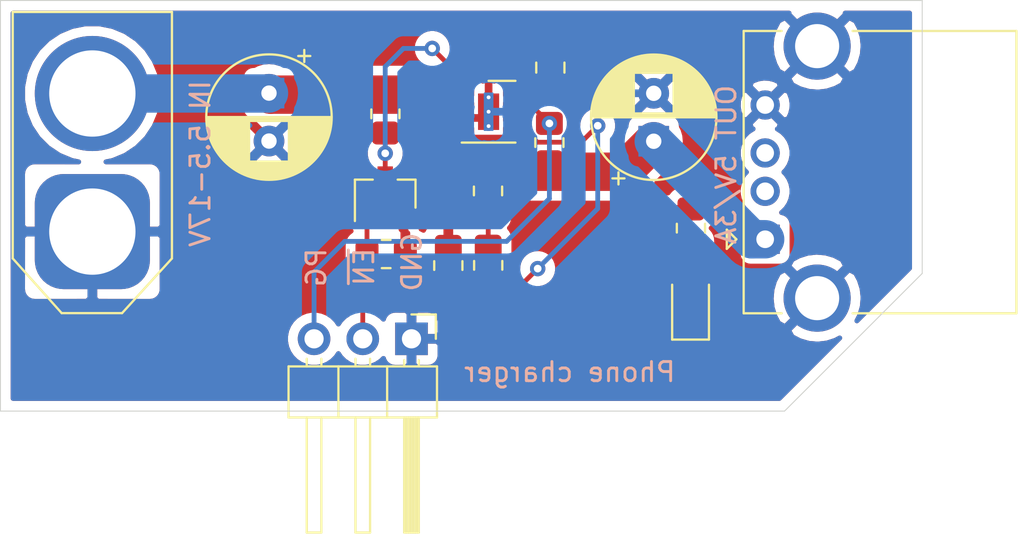
<source format=kicad_pcb>
(kicad_pcb (version 20171130) (host pcbnew 5.1.10)

  (general
    (thickness 1.6)
    (drawings 11)
    (tracks 75)
    (zones 0)
    (modules 16)
    (nets 13)
  )

  (page A4)
  (layers
    (0 F.Cu signal)
    (31 B.Cu signal)
    (32 B.Adhes user)
    (33 F.Adhes user)
    (34 B.Paste user)
    (35 F.Paste user)
    (36 B.SilkS user)
    (37 F.SilkS user)
    (38 B.Mask user)
    (39 F.Mask user)
    (40 Dwgs.User user)
    (41 Cmts.User user)
    (42 Eco1.User user)
    (43 Eco2.User user)
    (44 Edge.Cuts user)
    (45 Margin user)
    (46 B.CrtYd user)
    (47 F.CrtYd user)
    (48 B.Fab user)
    (49 F.Fab user)
  )

  (setup
    (last_trace_width 0.25)
    (user_trace_width 0.4)
    (user_trace_width 1)
    (user_trace_width 2)
    (trace_clearance 0.2)
    (zone_clearance 0.508)
    (zone_45_only no)
    (trace_min 0.2)
    (via_size 0.8)
    (via_drill 0.4)
    (via_min_size 0.4)
    (via_min_drill 0.3)
    (uvia_size 0.3)
    (uvia_drill 0.1)
    (uvias_allowed no)
    (uvia_min_size 0.2)
    (uvia_min_drill 0.1)
    (edge_width 0.05)
    (segment_width 0.2)
    (pcb_text_width 0.3)
    (pcb_text_size 1.5 1.5)
    (mod_edge_width 0.12)
    (mod_text_size 1 1)
    (mod_text_width 0.15)
    (pad_size 1.524 1.524)
    (pad_drill 0.762)
    (pad_to_mask_clearance 0)
    (aux_axis_origin 0 0)
    (visible_elements FFFFFF7F)
    (pcbplotparams
      (layerselection 0x010f0_ffffffff)
      (usegerberextensions false)
      (usegerberattributes true)
      (usegerberadvancedattributes true)
      (creategerberjobfile true)
      (excludeedgelayer true)
      (linewidth 0.100000)
      (plotframeref false)
      (viasonmask false)
      (mode 1)
      (useauxorigin false)
      (hpglpennumber 1)
      (hpglpenspeed 20)
      (hpglpendiameter 15.000000)
      (psnegative false)
      (psa4output false)
      (plotreference false)
      (plotvalue false)
      (plotinvisibletext false)
      (padsonsilk false)
      (subtractmaskfromsilk false)
      (outputformat 1)
      (mirror false)
      (drillshape 0)
      (scaleselection 1)
      (outputdirectory "./gerber"))
  )

  (net 0 "")
  (net 1 GND)
  (net 2 "Net-(C1-Pad1)")
  (net 3 "Net-(C2-Pad1)")
  (net 4 "Net-(C3-Pad1)")
  (net 5 "Net-(D1-Pad2)")
  (net 6 "Net-(J1-Pad3)")
  (net 7 "Net-(J1-Pad2)")
  (net 8 "Net-(Q1-Pad3)")
  (net 9 "Net-(R3-Pad2)")
  (net 10 "Net-(R4-Pad2)")
  (net 11 "Net-(J3-Pad3)")
  (net 12 "Net-(J3-Pad2)")

  (net_class Default "This is the default net class."
    (clearance 0.2)
    (trace_width 0.25)
    (via_dia 0.8)
    (via_drill 0.4)
    (uvia_dia 0.3)
    (uvia_drill 0.1)
    (add_net GND)
    (add_net "Net-(C1-Pad1)")
    (add_net "Net-(C2-Pad1)")
    (add_net "Net-(C3-Pad1)")
    (add_net "Net-(D1-Pad2)")
    (add_net "Net-(J1-Pad2)")
    (add_net "Net-(J1-Pad3)")
    (add_net "Net-(J3-Pad2)")
    (add_net "Net-(J3-Pad3)")
    (add_net "Net-(Q1-Pad3)")
    (add_net "Net-(R3-Pad2)")
    (add_net "Net-(R4-Pad2)")
  )

  (module Connector_USB:USB_A_CONNFLY_DS1095-WNR0 (layer F.Cu) (tedit 5E39FFBD) (tstamp 618022E2)
    (at 126.36 78.44 90)
    (descr http://www.connfly.com/userfiles/image/UpLoadFile/File/2013/5/6/DS1095.pdf)
    (tags "USB-A receptacle horizontal through-hole")
    (path /61874AE9)
    (fp_text reference J3 (at -1.95 -2.35 90) (layer F.SilkS) hide
      (effects (font (size 1 1) (thickness 0.15)))
    )
    (fp_text value USB_A (at 3.5 7 90) (layer F.Fab)
      (effects (font (size 1 1) (thickness 0.15)))
    )
    (fp_line (start 0.5 -2) (end -0.5 -2) (layer F.SilkS) (width 0.12))
    (fp_line (start 0 -1.5) (end 0.5 -2) (layer F.SilkS) (width 0.12))
    (fp_line (start -0.5 -2) (end 0 -1.5) (layer F.SilkS) (width 0.12))
    (fp_line (start 10.86 0.86) (end 10.86 -1.12) (layer F.SilkS) (width 0.12))
    (fp_line (start -3.86 -1.12) (end -3.86 0.86) (layer F.SilkS) (width 0.12))
    (fp_line (start -3.86 -1.12) (end 10.86 -1.12) (layer F.SilkS) (width 0.12))
    (fp_line (start 10.86 4.56) (end 10.86 13.1) (layer F.SilkS) (width 0.12))
    (fp_line (start -3.86 13.1) (end 10.86 13.1) (layer F.SilkS) (width 0.12))
    (fp_line (start -3.86 4.56) (end -3.86 13.1) (layer F.SilkS) (width 0.12))
    (fp_line (start -5.32 -1.51) (end 12.32 -1.51) (layer F.CrtYd) (width 0.05))
    (fp_line (start 12.32 -1.51) (end 12.32 13.49) (layer F.CrtYd) (width 0.05))
    (fp_line (start 12.32 13.49) (end -5.32 13.49) (layer F.CrtYd) (width 0.05))
    (fp_line (start -5.32 -1.51) (end -5.32 13.49) (layer F.CrtYd) (width 0.05))
    (fp_line (start -2.87 -1.01) (end -3.75 -0.13) (layer F.Fab) (width 0.1))
    (fp_line (start -3.75 12.99) (end 10.75 12.99) (layer F.Fab) (width 0.1))
    (fp_line (start -2.87 -1.01) (end 10.75 -1.01) (layer F.Fab) (width 0.1))
    (fp_line (start 10.75 -1.01) (end 10.75 12.99) (layer F.Fab) (width 0.1))
    (fp_line (start -3.75 -0.13) (end -3.75 12.99) (layer F.Fab) (width 0.1))
    (fp_text user %R (at 3.5 5 90) (layer F.Fab)
      (effects (font (size 1 1) (thickness 0.15)))
    )
    (pad 4 thru_hole circle (at 7 0 90) (size 1.524 1.524) (drill 0.92) (layers *.Cu *.Mask)
      (net 1 GND))
    (pad 3 thru_hole circle (at 4.5 0 90) (size 1.524 1.524) (drill 0.92) (layers *.Cu *.Mask)
      (net 11 "Net-(J3-Pad3)"))
    (pad 2 thru_hole circle (at 2.5 0 90) (size 1.524 1.524) (drill 0.92) (layers *.Cu *.Mask)
      (net 12 "Net-(J3-Pad2)"))
    (pad 1 thru_hole rect (at 0 0 90) (size 1.524 1.524) (drill 0.92) (layers *.Cu *.Mask)
      (net 4 "Net-(C3-Pad1)"))
    (pad 5 thru_hole circle (at -3.07 2.71 90) (size 3.5 3.5) (drill 2.3) (layers *.Cu *.Mask)
      (net 1 GND))
    (pad 5 thru_hole circle (at 10.07 2.71 90) (size 3.5 3.5) (drill 2.3) (layers *.Cu *.Mask)
      (net 1 GND))
    (model ${KISYS3DMOD}/Connector_USB.3dshapes/USB_A_CONNFLY_DS1095-WNR0.wrl
      (at (xyz 0 0 0))
      (scale (xyz 1 1 1))
      (rotate (xyz 0 0 0))
    )
  )

  (module Package_LGA:Texas_SIL0008D_MicroSiP-8-1EP_2.8x3mm_P0.65mm_EP1.1x1.9mm_ThermalVias (layer F.Cu) (tedit 5DC5FD10) (tstamp 61800782)
    (at 111.94 71.79)
    (descr "Texas SIL0008D MicroSiP, 8 Pin (http://www.ti.com/lit/ds/symlink/tps82130.pdf#page=19), generated with kicad-footprint-generator ipc_noLead_generator.py")
    (tags "Texas MicroSiP NoLead")
    (path /617FBB4C)
    (attr smd)
    (fp_text reference U1 (at 0 -2.45) (layer F.SilkS) hide
      (effects (font (size 1 1) (thickness 0.15)))
    )
    (fp_text value TPS82130 (at 0 2.45) (layer F.Fab)
      (effects (font (size 1 1) (thickness 0.15)))
    )
    (fp_line (start 1.65 -1.75) (end -1.65 -1.75) (layer F.CrtYd) (width 0.05))
    (fp_line (start 1.65 1.75) (end 1.65 -1.75) (layer F.CrtYd) (width 0.05))
    (fp_line (start -1.65 1.75) (end 1.65 1.75) (layer F.CrtYd) (width 0.05))
    (fp_line (start -1.65 -1.75) (end -1.65 1.75) (layer F.CrtYd) (width 0.05))
    (fp_line (start -1.4 -0.8) (end -0.7 -1.5) (layer F.Fab) (width 0.1))
    (fp_line (start -1.4 1.5) (end -1.4 -0.8) (layer F.Fab) (width 0.1))
    (fp_line (start 1.4 1.5) (end -1.4 1.5) (layer F.Fab) (width 0.1))
    (fp_line (start 1.4 -1.5) (end 1.4 1.5) (layer F.Fab) (width 0.1))
    (fp_line (start -0.7 -1.5) (end 1.4 -1.5) (layer F.Fab) (width 0.1))
    (fp_line (start -1.4 1.61) (end 1.4 1.61) (layer F.SilkS) (width 0.12))
    (fp_line (start 0 -1.61) (end 1.4 -1.61) (layer F.SilkS) (width 0.12))
    (fp_text user %R (at 0 0) (layer F.Fab)
      (effects (font (size 0.7 0.7) (thickness 0.1)))
    )
    (pad "" smd roundrect (at 0 0.63) (size 0.95 0.55) (layers F.Paste) (roundrect_rratio 0.25))
    (pad "" smd roundrect (at 0 0) (size 0.95 0.55) (layers F.Paste) (roundrect_rratio 0.25))
    (pad "" smd roundrect (at 0 -0.63) (size 0.95 0.55) (layers F.Paste) (roundrect_rratio 0.25))
    (pad 9 smd rect (at 0 0) (size 0.5 2) (layers B.Cu)
      (net 1 GND))
    (pad 9 thru_hole circle (at 0 0.75) (size 0.5 0.5) (drill 0.2) (layers *.Cu)
      (net 1 GND))
    (pad 9 thru_hole circle (at 0 0) (size 0.5 0.5) (drill 0.2) (layers *.Cu)
      (net 1 GND))
    (pad 9 thru_hole circle (at 0 -0.75) (size 0.5 0.5) (drill 0.2) (layers *.Cu)
      (net 1 GND))
    (pad 9 smd rect (at 0 0) (size 1.1 1.9) (layers F.Cu F.Mask)
      (net 1 GND))
    (pad 8 smd roundrect (at 1.0625 -0.975) (size 0.625 0.5) (layers F.Cu F.Paste F.Mask) (roundrect_rratio 0.25)
      (net 3 "Net-(C2-Pad1)"))
    (pad 7 smd roundrect (at 1.0625 -0.325) (size 0.625 0.5) (layers F.Cu F.Paste F.Mask) (roundrect_rratio 0.25)
      (net 6 "Net-(J1-Pad3)"))
    (pad 6 smd roundrect (at 1.0625 0.325) (size 0.625 0.5) (layers F.Cu F.Paste F.Mask) (roundrect_rratio 0.25)
      (net 10 "Net-(R4-Pad2)"))
    (pad 5 smd roundrect (at 1.0625 0.975) (size 0.625 0.5) (layers F.Cu F.Paste F.Mask) (roundrect_rratio 0.25)
      (net 4 "Net-(C3-Pad1)"))
    (pad 4 smd roundrect (at -1.0625 0.975) (size 0.625 0.5) (layers F.Cu F.Paste F.Mask) (roundrect_rratio 0.25)
      (net 4 "Net-(C3-Pad1)"))
    (pad 3 smd roundrect (at -1.0625 0.325) (size 0.625 0.5) (layers F.Cu F.Paste F.Mask) (roundrect_rratio 0.25)
      (net 1 GND))
    (pad 2 smd roundrect (at -1.0625 -0.325) (size 0.625 0.5) (layers F.Cu F.Paste F.Mask) (roundrect_rratio 0.25)
      (net 2 "Net-(C1-Pad1)"))
    (pad 1 smd roundrect (at -1.0625 -0.975) (size 0.625 0.5) (layers F.Cu F.Paste F.Mask) (roundrect_rratio 0.25)
      (net 8 "Net-(Q1-Pad3)"))
    (model ${KISYS3DMOD}/Package_LGA.3dshapes/Texas_SIL0008D_MicroSiP-8-1EP_2.8x3mm_P0.65mm_EP1.1x1.9mm.wrl
      (at (xyz 0 0 0))
      (scale (xyz 1 1 1))
      (rotate (xyz 0 0 0))
    )
  )

  (module Resistor_SMD:R_0805_2012Metric_Pad1.20x1.40mm_HandSolder (layer F.Cu) (tedit 5F68FEEE) (tstamp 61800762)
    (at 122.49 77.86 270)
    (descr "Resistor SMD 0805 (2012 Metric), square (rectangular) end terminal, IPC_7351 nominal with elongated pad for handsoldering. (Body size source: IPC-SM-782 page 72, https://www.pcb-3d.com/wordpress/wp-content/uploads/ipc-sm-782a_amendment_1_and_2.pdf), generated with kicad-footprint-generator")
    (tags "resistor handsolder")
    (path /61848C6E)
    (attr smd)
    (fp_text reference R7 (at 0 -1.65 90) (layer F.SilkS) hide
      (effects (font (size 1 1) (thickness 0.15)))
    )
    (fp_text value 1k (at 0 1.65 90) (layer F.Fab)
      (effects (font (size 1 1) (thickness 0.15)))
    )
    (fp_line (start 1.85 0.95) (end -1.85 0.95) (layer F.CrtYd) (width 0.05))
    (fp_line (start 1.85 -0.95) (end 1.85 0.95) (layer F.CrtYd) (width 0.05))
    (fp_line (start -1.85 -0.95) (end 1.85 -0.95) (layer F.CrtYd) (width 0.05))
    (fp_line (start -1.85 0.95) (end -1.85 -0.95) (layer F.CrtYd) (width 0.05))
    (fp_line (start -0.227064 0.735) (end 0.227064 0.735) (layer F.SilkS) (width 0.12))
    (fp_line (start -0.227064 -0.735) (end 0.227064 -0.735) (layer F.SilkS) (width 0.12))
    (fp_line (start 1 0.625) (end -1 0.625) (layer F.Fab) (width 0.1))
    (fp_line (start 1 -0.625) (end 1 0.625) (layer F.Fab) (width 0.1))
    (fp_line (start -1 -0.625) (end 1 -0.625) (layer F.Fab) (width 0.1))
    (fp_line (start -1 0.625) (end -1 -0.625) (layer F.Fab) (width 0.1))
    (fp_text user %R (at 0 0 90) (layer F.Fab)
      (effects (font (size 0.5 0.5) (thickness 0.08)))
    )
    (pad 2 smd roundrect (at 1 0 270) (size 1.2 1.4) (layers F.Cu F.Paste F.Mask) (roundrect_rratio 0.2083325)
      (net 5 "Net-(D1-Pad2)"))
    (pad 1 smd roundrect (at -1 0 270) (size 1.2 1.4) (layers F.Cu F.Paste F.Mask) (roundrect_rratio 0.2083325)
      (net 4 "Net-(C3-Pad1)"))
    (model ${KISYS3DMOD}/Resistor_SMD.3dshapes/R_0805_2012Metric.wrl
      (at (xyz 0 0 0))
      (scale (xyz 1 1 1))
      (rotate (xyz 0 0 0))
    )
  )

  (module Resistor_SMD:R_0805_2012Metric_Pad1.20x1.40mm_HandSolder (layer F.Cu) (tedit 5F68FEEE) (tstamp 61800751)
    (at 115.11 73.4 90)
    (descr "Resistor SMD 0805 (2012 Metric), square (rectangular) end terminal, IPC_7351 nominal with elongated pad for handsoldering. (Body size source: IPC-SM-782 page 72, https://www.pcb-3d.com/wordpress/wp-content/uploads/ipc-sm-782a_amendment_1_and_2.pdf), generated with kicad-footprint-generator")
    (tags "resistor handsolder")
    (path /618043AF)
    (attr smd)
    (fp_text reference R6 (at 0 -1.65 90) (layer F.SilkS) hide
      (effects (font (size 1 1) (thickness 0.15)))
    )
    (fp_text value 100k (at 0 1.65 90) (layer F.Fab)
      (effects (font (size 1 1) (thickness 0.15)))
    )
    (fp_line (start 1.85 0.95) (end -1.85 0.95) (layer F.CrtYd) (width 0.05))
    (fp_line (start 1.85 -0.95) (end 1.85 0.95) (layer F.CrtYd) (width 0.05))
    (fp_line (start -1.85 -0.95) (end 1.85 -0.95) (layer F.CrtYd) (width 0.05))
    (fp_line (start -1.85 0.95) (end -1.85 -0.95) (layer F.CrtYd) (width 0.05))
    (fp_line (start -0.227064 0.735) (end 0.227064 0.735) (layer F.SilkS) (width 0.12))
    (fp_line (start -0.227064 -0.735) (end 0.227064 -0.735) (layer F.SilkS) (width 0.12))
    (fp_line (start 1 0.625) (end -1 0.625) (layer F.Fab) (width 0.1))
    (fp_line (start 1 -0.625) (end 1 0.625) (layer F.Fab) (width 0.1))
    (fp_line (start -1 -0.625) (end 1 -0.625) (layer F.Fab) (width 0.1))
    (fp_line (start -1 0.625) (end -1 -0.625) (layer F.Fab) (width 0.1))
    (fp_text user %R (at 0 0 90) (layer F.Fab)
      (effects (font (size 0.5 0.5) (thickness 0.08)))
    )
    (pad 2 smd roundrect (at 1 0 90) (size 1.2 1.4) (layers F.Cu F.Paste F.Mask) (roundrect_rratio 0.2083325)
      (net 6 "Net-(J1-Pad3)"))
    (pad 1 smd roundrect (at -1 0 90) (size 1.2 1.4) (layers F.Cu F.Paste F.Mask) (roundrect_rratio 0.2083325)
      (net 4 "Net-(C3-Pad1)"))
    (model ${KISYS3DMOD}/Resistor_SMD.3dshapes/R_0805_2012Metric.wrl
      (at (xyz 0 0 0))
      (scale (xyz 1 1 1))
      (rotate (xyz 0 0 0))
    )
  )

  (module Resistor_SMD:R_0805_2012Metric_Pad1.20x1.40mm_HandSolder (layer F.Cu) (tedit 5F68FEEE) (tstamp 61800740)
    (at 109.84 79.81 90)
    (descr "Resistor SMD 0805 (2012 Metric), square (rectangular) end terminal, IPC_7351 nominal with elongated pad for handsoldering. (Body size source: IPC-SM-782 page 72, https://www.pcb-3d.com/wordpress/wp-content/uploads/ipc-sm-782a_amendment_1_and_2.pdf), generated with kicad-footprint-generator")
    (tags "resistor handsolder")
    (path /617FC68B)
    (attr smd)
    (fp_text reference R5 (at 0 -1.65 90) (layer F.SilkS) hide
      (effects (font (size 1 1) (thickness 0.15)))
    )
    (fp_text value 10k (at 0 1.65 90) (layer F.Fab)
      (effects (font (size 1 1) (thickness 0.15)))
    )
    (fp_line (start 1.85 0.95) (end -1.85 0.95) (layer F.CrtYd) (width 0.05))
    (fp_line (start 1.85 -0.95) (end 1.85 0.95) (layer F.CrtYd) (width 0.05))
    (fp_line (start -1.85 -0.95) (end 1.85 -0.95) (layer F.CrtYd) (width 0.05))
    (fp_line (start -1.85 0.95) (end -1.85 -0.95) (layer F.CrtYd) (width 0.05))
    (fp_line (start -0.227064 0.735) (end 0.227064 0.735) (layer F.SilkS) (width 0.12))
    (fp_line (start -0.227064 -0.735) (end 0.227064 -0.735) (layer F.SilkS) (width 0.12))
    (fp_line (start 1 0.625) (end -1 0.625) (layer F.Fab) (width 0.1))
    (fp_line (start 1 -0.625) (end 1 0.625) (layer F.Fab) (width 0.1))
    (fp_line (start -1 -0.625) (end 1 -0.625) (layer F.Fab) (width 0.1))
    (fp_line (start -1 0.625) (end -1 -0.625) (layer F.Fab) (width 0.1))
    (fp_text user %R (at 0 0 90) (layer F.Fab)
      (effects (font (size 0.5 0.5) (thickness 0.08)))
    )
    (pad 2 smd roundrect (at 1 0 90) (size 1.2 1.4) (layers F.Cu F.Paste F.Mask) (roundrect_rratio 0.2083325)
      (net 1 GND))
    (pad 1 smd roundrect (at -1 0 90) (size 1.2 1.4) (layers F.Cu F.Paste F.Mask) (roundrect_rratio 0.2083325)
      (net 10 "Net-(R4-Pad2)"))
    (model ${KISYS3DMOD}/Resistor_SMD.3dshapes/R_0805_2012Metric.wrl
      (at (xyz 0 0 0))
      (scale (xyz 1 1 1))
      (rotate (xyz 0 0 0))
    )
  )

  (module Resistor_SMD:R_0805_2012Metric_Pad1.20x1.40mm_HandSolder (layer F.Cu) (tedit 5F68FEEE) (tstamp 6180072F)
    (at 111.92 79.8 270)
    (descr "Resistor SMD 0805 (2012 Metric), square (rectangular) end terminal, IPC_7351 nominal with elongated pad for handsoldering. (Body size source: IPC-SM-782 page 72, https://www.pcb-3d.com/wordpress/wp-content/uploads/ipc-sm-782a_amendment_1_and_2.pdf), generated with kicad-footprint-generator")
    (tags "resistor handsolder")
    (path /617FD227)
    (attr smd)
    (fp_text reference R4 (at 0 -1.65 90) (layer F.SilkS) hide
      (effects (font (size 1 1) (thickness 0.15)))
    )
    (fp_text value 1k (at 0 1.65 90) (layer F.Fab)
      (effects (font (size 1 1) (thickness 0.15)))
    )
    (fp_line (start 1.85 0.95) (end -1.85 0.95) (layer F.CrtYd) (width 0.05))
    (fp_line (start 1.85 -0.95) (end 1.85 0.95) (layer F.CrtYd) (width 0.05))
    (fp_line (start -1.85 -0.95) (end 1.85 -0.95) (layer F.CrtYd) (width 0.05))
    (fp_line (start -1.85 0.95) (end -1.85 -0.95) (layer F.CrtYd) (width 0.05))
    (fp_line (start -0.227064 0.735) (end 0.227064 0.735) (layer F.SilkS) (width 0.12))
    (fp_line (start -0.227064 -0.735) (end 0.227064 -0.735) (layer F.SilkS) (width 0.12))
    (fp_line (start 1 0.625) (end -1 0.625) (layer F.Fab) (width 0.1))
    (fp_line (start 1 -0.625) (end 1 0.625) (layer F.Fab) (width 0.1))
    (fp_line (start -1 -0.625) (end 1 -0.625) (layer F.Fab) (width 0.1))
    (fp_line (start -1 0.625) (end -1 -0.625) (layer F.Fab) (width 0.1))
    (fp_text user %R (at 0 0 90) (layer F.Fab)
      (effects (font (size 0.5 0.5) (thickness 0.08)))
    )
    (pad 2 smd roundrect (at 1 0 270) (size 1.2 1.4) (layers F.Cu F.Paste F.Mask) (roundrect_rratio 0.2083325)
      (net 10 "Net-(R4-Pad2)"))
    (pad 1 smd roundrect (at -1 0 270) (size 1.2 1.4) (layers F.Cu F.Paste F.Mask) (roundrect_rratio 0.2083325)
      (net 9 "Net-(R3-Pad2)"))
    (model ${KISYS3DMOD}/Resistor_SMD.3dshapes/R_0805_2012Metric.wrl
      (at (xyz 0 0 0))
      (scale (xyz 1 1 1))
      (rotate (xyz 0 0 0))
    )
  )

  (module Resistor_SMD:R_0805_2012Metric_Pad1.20x1.40mm_HandSolder (layer F.Cu) (tedit 5F68FEEE) (tstamp 6180071E)
    (at 111.91 75.92 270)
    (descr "Resistor SMD 0805 (2012 Metric), square (rectangular) end terminal, IPC_7351 nominal with elongated pad for handsoldering. (Body size source: IPC-SM-782 page 72, https://www.pcb-3d.com/wordpress/wp-content/uploads/ipc-sm-782a_amendment_1_and_2.pdf), generated with kicad-footprint-generator")
    (tags "resistor handsolder")
    (path /617FD62E)
    (attr smd)
    (fp_text reference R3 (at 0 -1.65 90) (layer F.SilkS) hide
      (effects (font (size 1 1) (thickness 0.15)))
    )
    (fp_text value 51k (at 0 1.65 90) (layer F.Fab)
      (effects (font (size 1 1) (thickness 0.15)))
    )
    (fp_line (start 1.85 0.95) (end -1.85 0.95) (layer F.CrtYd) (width 0.05))
    (fp_line (start 1.85 -0.95) (end 1.85 0.95) (layer F.CrtYd) (width 0.05))
    (fp_line (start -1.85 -0.95) (end 1.85 -0.95) (layer F.CrtYd) (width 0.05))
    (fp_line (start -1.85 0.95) (end -1.85 -0.95) (layer F.CrtYd) (width 0.05))
    (fp_line (start -0.227064 0.735) (end 0.227064 0.735) (layer F.SilkS) (width 0.12))
    (fp_line (start -0.227064 -0.735) (end 0.227064 -0.735) (layer F.SilkS) (width 0.12))
    (fp_line (start 1 0.625) (end -1 0.625) (layer F.Fab) (width 0.1))
    (fp_line (start 1 -0.625) (end 1 0.625) (layer F.Fab) (width 0.1))
    (fp_line (start -1 -0.625) (end 1 -0.625) (layer F.Fab) (width 0.1))
    (fp_line (start -1 0.625) (end -1 -0.625) (layer F.Fab) (width 0.1))
    (fp_text user %R (at 0 0 90) (layer F.Fab)
      (effects (font (size 0.5 0.5) (thickness 0.08)))
    )
    (pad 2 smd roundrect (at 1 0 270) (size 1.2 1.4) (layers F.Cu F.Paste F.Mask) (roundrect_rratio 0.2083325)
      (net 9 "Net-(R3-Pad2)"))
    (pad 1 smd roundrect (at -1 0 270) (size 1.2 1.4) (layers F.Cu F.Paste F.Mask) (roundrect_rratio 0.2083325)
      (net 4 "Net-(C3-Pad1)"))
    (model ${KISYS3DMOD}/Resistor_SMD.3dshapes/R_0805_2012Metric.wrl
      (at (xyz 0 0 0))
      (scale (xyz 1 1 1))
      (rotate (xyz 0 0 0))
    )
  )

  (module Resistor_SMD:R_0805_2012Metric_Pad1.20x1.40mm_HandSolder (layer F.Cu) (tedit 5F68FEEE) (tstamp 6180070D)
    (at 106.56 71.9 270)
    (descr "Resistor SMD 0805 (2012 Metric), square (rectangular) end terminal, IPC_7351 nominal with elongated pad for handsoldering. (Body size source: IPC-SM-782 page 72, https://www.pcb-3d.com/wordpress/wp-content/uploads/ipc-sm-782a_amendment_1_and_2.pdf), generated with kicad-footprint-generator")
    (tags "resistor handsolder")
    (path /618158DA)
    (attr smd)
    (fp_text reference R2 (at 0 -1.65 90) (layer F.SilkS) hide
      (effects (font (size 1 1) (thickness 0.15)))
    )
    (fp_text value 10k (at 0 1.65 90) (layer F.Fab)
      (effects (font (size 1 1) (thickness 0.15)))
    )
    (fp_line (start 1.85 0.95) (end -1.85 0.95) (layer F.CrtYd) (width 0.05))
    (fp_line (start 1.85 -0.95) (end 1.85 0.95) (layer F.CrtYd) (width 0.05))
    (fp_line (start -1.85 -0.95) (end 1.85 -0.95) (layer F.CrtYd) (width 0.05))
    (fp_line (start -1.85 0.95) (end -1.85 -0.95) (layer F.CrtYd) (width 0.05))
    (fp_line (start -0.227064 0.735) (end 0.227064 0.735) (layer F.SilkS) (width 0.12))
    (fp_line (start -0.227064 -0.735) (end 0.227064 -0.735) (layer F.SilkS) (width 0.12))
    (fp_line (start 1 0.625) (end -1 0.625) (layer F.Fab) (width 0.1))
    (fp_line (start 1 -0.625) (end 1 0.625) (layer F.Fab) (width 0.1))
    (fp_line (start -1 -0.625) (end 1 -0.625) (layer F.Fab) (width 0.1))
    (fp_line (start -1 0.625) (end -1 -0.625) (layer F.Fab) (width 0.1))
    (fp_text user %R (at 0 0 90) (layer F.Fab)
      (effects (font (size 0.5 0.5) (thickness 0.08)))
    )
    (pad 2 smd roundrect (at 1 0 270) (size 1.2 1.4) (layers F.Cu F.Paste F.Mask) (roundrect_rratio 0.2083325)
      (net 8 "Net-(Q1-Pad3)"))
    (pad 1 smd roundrect (at -1 0 270) (size 1.2 1.4) (layers F.Cu F.Paste F.Mask) (roundrect_rratio 0.2083325)
      (net 2 "Net-(C1-Pad1)"))
    (model ${KISYS3DMOD}/Resistor_SMD.3dshapes/R_0805_2012Metric.wrl
      (at (xyz 0 0 0))
      (scale (xyz 1 1 1))
      (rotate (xyz 0 0 0))
    )
  )

  (module Resistor_SMD:R_0805_2012Metric_Pad1.20x1.40mm_HandSolder (layer F.Cu) (tedit 5F68FEEE) (tstamp 618006FC)
    (at 106.6 79.21)
    (descr "Resistor SMD 0805 (2012 Metric), square (rectangular) end terminal, IPC_7351 nominal with elongated pad for handsoldering. (Body size source: IPC-SM-782 page 72, https://www.pcb-3d.com/wordpress/wp-content/uploads/ipc-sm-782a_amendment_1_and_2.pdf), generated with kicad-footprint-generator")
    (tags "resistor handsolder")
    (path /61830FE1)
    (attr smd)
    (fp_text reference R1 (at 0 -1.65) (layer F.SilkS) hide
      (effects (font (size 1 1) (thickness 0.15)))
    )
    (fp_text value 10k (at 0 1.65) (layer F.Fab)
      (effects (font (size 1 1) (thickness 0.15)))
    )
    (fp_line (start 1.85 0.95) (end -1.85 0.95) (layer F.CrtYd) (width 0.05))
    (fp_line (start 1.85 -0.95) (end 1.85 0.95) (layer F.CrtYd) (width 0.05))
    (fp_line (start -1.85 -0.95) (end 1.85 -0.95) (layer F.CrtYd) (width 0.05))
    (fp_line (start -1.85 0.95) (end -1.85 -0.95) (layer F.CrtYd) (width 0.05))
    (fp_line (start -0.227064 0.735) (end 0.227064 0.735) (layer F.SilkS) (width 0.12))
    (fp_line (start -0.227064 -0.735) (end 0.227064 -0.735) (layer F.SilkS) (width 0.12))
    (fp_line (start 1 0.625) (end -1 0.625) (layer F.Fab) (width 0.1))
    (fp_line (start 1 -0.625) (end 1 0.625) (layer F.Fab) (width 0.1))
    (fp_line (start -1 -0.625) (end 1 -0.625) (layer F.Fab) (width 0.1))
    (fp_line (start -1 0.625) (end -1 -0.625) (layer F.Fab) (width 0.1))
    (fp_text user %R (at 0 0) (layer F.Fab)
      (effects (font (size 0.5 0.5) (thickness 0.08)))
    )
    (pad 2 smd roundrect (at 1 0) (size 1.2 1.4) (layers F.Cu F.Paste F.Mask) (roundrect_rratio 0.2083325)
      (net 1 GND))
    (pad 1 smd roundrect (at -1 0) (size 1.2 1.4) (layers F.Cu F.Paste F.Mask) (roundrect_rratio 0.2083325)
      (net 7 "Net-(J1-Pad2)"))
    (model ${KISYS3DMOD}/Resistor_SMD.3dshapes/R_0805_2012Metric.wrl
      (at (xyz 0 0 0))
      (scale (xyz 1 1 1))
      (rotate (xyz 0 0 0))
    )
  )

  (module Package_TO_SOT_SMD:SOT-23 (layer F.Cu) (tedit 5A02FF57) (tstamp 618006EB)
    (at 106.55 76.09 90)
    (descr "SOT-23, Standard")
    (tags SOT-23)
    (path /61816F1A)
    (attr smd)
    (fp_text reference Q1 (at 0 -2.5 90) (layer F.SilkS) hide
      (effects (font (size 1 1) (thickness 0.15)))
    )
    (fp_text value BSS123T-HF (at 0 2.5 90) (layer F.Fab)
      (effects (font (size 1 1) (thickness 0.15)))
    )
    (fp_line (start 0.76 1.58) (end -0.7 1.58) (layer F.SilkS) (width 0.12))
    (fp_line (start 0.76 -1.58) (end -1.4 -1.58) (layer F.SilkS) (width 0.12))
    (fp_line (start -1.7 1.75) (end -1.7 -1.75) (layer F.CrtYd) (width 0.05))
    (fp_line (start 1.7 1.75) (end -1.7 1.75) (layer F.CrtYd) (width 0.05))
    (fp_line (start 1.7 -1.75) (end 1.7 1.75) (layer F.CrtYd) (width 0.05))
    (fp_line (start -1.7 -1.75) (end 1.7 -1.75) (layer F.CrtYd) (width 0.05))
    (fp_line (start 0.76 -1.58) (end 0.76 -0.65) (layer F.SilkS) (width 0.12))
    (fp_line (start 0.76 1.58) (end 0.76 0.65) (layer F.SilkS) (width 0.12))
    (fp_line (start -0.7 1.52) (end 0.7 1.52) (layer F.Fab) (width 0.1))
    (fp_line (start 0.7 -1.52) (end 0.7 1.52) (layer F.Fab) (width 0.1))
    (fp_line (start -0.7 -0.95) (end -0.15 -1.52) (layer F.Fab) (width 0.1))
    (fp_line (start -0.15 -1.52) (end 0.7 -1.52) (layer F.Fab) (width 0.1))
    (fp_line (start -0.7 -0.95) (end -0.7 1.5) (layer F.Fab) (width 0.1))
    (fp_text user %R (at 0 0) (layer F.Fab)
      (effects (font (size 0.5 0.5) (thickness 0.075)))
    )
    (pad 3 smd rect (at 1 0 90) (size 0.9 0.8) (layers F.Cu F.Paste F.Mask)
      (net 8 "Net-(Q1-Pad3)"))
    (pad 2 smd rect (at -1 0.95 90) (size 0.9 0.8) (layers F.Cu F.Paste F.Mask)
      (net 1 GND))
    (pad 1 smd rect (at -1 -0.95 90) (size 0.9 0.8) (layers F.Cu F.Paste F.Mask)
      (net 7 "Net-(J1-Pad2)"))
    (model ${KISYS3DMOD}/Package_TO_SOT_SMD.3dshapes/SOT-23.wrl
      (at (xyz 0 0 0))
      (scale (xyz 1 1 1))
      (rotate (xyz 0 0 0))
    )
  )

  (module Connector_AMASS:AMASS_XT60-F_1x02_P7.20mm_Vertical (layer F.Cu) (tedit 5D6C1D2C) (tstamp 618006BD)
    (at 91.28 78.04 90)
    (descr "AMASS female XT60, through hole, vertical, https://www.tme.eu/Document/2d152ced3b7a446066e6c419d84bb460/XT60%20SPEC.pdf")
    (tags "XT60 female vertical")
    (path /6180A7FB)
    (fp_text reference J2 (at 3.6 -5.3 270) (layer F.SilkS) hide
      (effects (font (size 1 1) (thickness 0.15)))
    )
    (fp_text value Conn_01x02 (at 3.6 5.4 90) (layer F.Fab)
      (effects (font (size 1 1) (thickness 0.15)))
    )
    (fp_line (start -1.6 -4.6) (end 11.85 -4.6) (layer F.CrtYd) (width 0.05))
    (fp_line (start -4.65 -1.85) (end -1.6 -4.6) (layer F.CrtYd) (width 0.05))
    (fp_line (start -4.65 1.85) (end -4.65 -1.85) (layer F.CrtYd) (width 0.05))
    (fp_line (start -1.6 4.6) (end -4.65 1.85) (layer F.CrtYd) (width 0.05))
    (fp_line (start 11.85 4.6) (end -1.6 4.6) (layer F.CrtYd) (width 0.05))
    (fp_line (start 11.85 -4.6) (end 11.85 4.6) (layer F.CrtYd) (width 0.05))
    (fp_line (start 11.35 4.05) (end 11.35 -4.05) (layer F.Fab) (width 0.12))
    (fp_line (start -1.4 4.05) (end 11.35 4.05) (layer F.Fab) (width 0.12))
    (fp_line (start -4.15 1.55) (end -1.4 4.05) (layer F.Fab) (width 0.12))
    (fp_line (start -4.15 -1.55) (end -4.15 1.55) (layer F.Fab) (width 0.12))
    (fp_line (start -1.4 -4.05) (end -4.15 -1.55) (layer F.Fab) (width 0.12))
    (fp_line (start 11.35 -4.05) (end -1.4 -4.05) (layer F.Fab) (width 0.12))
    (fp_line (start -4.25 1.55) (end -1.4 4.15) (layer F.SilkS) (width 0.12))
    (fp_line (start -1.4 -4.15) (end -4.25 -1.6) (layer F.SilkS) (width 0.12))
    (fp_line (start 11.45 4.15) (end 11.45 -4.15) (layer F.SilkS) (width 0.12))
    (fp_line (start -1.4 4.15) (end 11.45 4.15) (layer F.SilkS) (width 0.12))
    (fp_line (start -4.25 -1.6) (end -4.25 1.55) (layer F.SilkS) (width 0.12))
    (fp_line (start 11.45 -4.15) (end -1.4 -4.15) (layer F.SilkS) (width 0.12))
    (fp_text user %R (at 3.6 0.05 90) (layer F.Fab)
      (effects (font (size 1 1) (thickness 0.15)))
    )
    (pad 1 thru_hole roundrect (at 0 0 90) (size 6 6) (drill 4.5) (layers *.Cu *.Mask) (roundrect_rratio 0.25)
      (net 1 GND))
    (pad 2 thru_hole circle (at 7.2 0 90) (size 6 6) (drill 4.5) (layers *.Cu *.Mask)
      (net 2 "Net-(C1-Pad1)"))
    (model ${KISYS3DMOD}/Connector_AMASS.3dshapes/AMASS_XT60-F_1x02_P7.2mm_Vertical.wrl
      (at (xyz 0 0 0))
      (scale (xyz 1 1 1))
      (rotate (xyz 0 0 0))
    )
  )

  (module Connector_PinHeader_2.54mm:PinHeader_1x03_P2.54mm_Horizontal (layer F.Cu) (tedit 59FED5CB) (tstamp 618006A4)
    (at 107.92 83.63 270)
    (descr "Through hole angled pin header, 1x03, 2.54mm pitch, 6mm pin length, single row")
    (tags "Through hole angled pin header THT 1x03 2.54mm single row")
    (path /6180F026)
    (fp_text reference J1 (at 4.385 -2.27 90) (layer F.SilkS) hide
      (effects (font (size 1 1) (thickness 0.15)))
    )
    (fp_text value Conn_01x03 (at 4.385 7.35 90) (layer F.Fab)
      (effects (font (size 1 1) (thickness 0.15)))
    )
    (fp_line (start 10.55 -1.8) (end -1.8 -1.8) (layer F.CrtYd) (width 0.05))
    (fp_line (start 10.55 6.85) (end 10.55 -1.8) (layer F.CrtYd) (width 0.05))
    (fp_line (start -1.8 6.85) (end 10.55 6.85) (layer F.CrtYd) (width 0.05))
    (fp_line (start -1.8 -1.8) (end -1.8 6.85) (layer F.CrtYd) (width 0.05))
    (fp_line (start -1.27 -1.27) (end 0 -1.27) (layer F.SilkS) (width 0.12))
    (fp_line (start -1.27 0) (end -1.27 -1.27) (layer F.SilkS) (width 0.12))
    (fp_line (start 1.042929 5.46) (end 1.44 5.46) (layer F.SilkS) (width 0.12))
    (fp_line (start 1.042929 4.7) (end 1.44 4.7) (layer F.SilkS) (width 0.12))
    (fp_line (start 10.1 5.46) (end 4.1 5.46) (layer F.SilkS) (width 0.12))
    (fp_line (start 10.1 4.7) (end 10.1 5.46) (layer F.SilkS) (width 0.12))
    (fp_line (start 4.1 4.7) (end 10.1 4.7) (layer F.SilkS) (width 0.12))
    (fp_line (start 1.44 3.81) (end 4.1 3.81) (layer F.SilkS) (width 0.12))
    (fp_line (start 1.042929 2.92) (end 1.44 2.92) (layer F.SilkS) (width 0.12))
    (fp_line (start 1.042929 2.16) (end 1.44 2.16) (layer F.SilkS) (width 0.12))
    (fp_line (start 10.1 2.92) (end 4.1 2.92) (layer F.SilkS) (width 0.12))
    (fp_line (start 10.1 2.16) (end 10.1 2.92) (layer F.SilkS) (width 0.12))
    (fp_line (start 4.1 2.16) (end 10.1 2.16) (layer F.SilkS) (width 0.12))
    (fp_line (start 1.44 1.27) (end 4.1 1.27) (layer F.SilkS) (width 0.12))
    (fp_line (start 1.11 0.38) (end 1.44 0.38) (layer F.SilkS) (width 0.12))
    (fp_line (start 1.11 -0.38) (end 1.44 -0.38) (layer F.SilkS) (width 0.12))
    (fp_line (start 4.1 0.28) (end 10.1 0.28) (layer F.SilkS) (width 0.12))
    (fp_line (start 4.1 0.16) (end 10.1 0.16) (layer F.SilkS) (width 0.12))
    (fp_line (start 4.1 0.04) (end 10.1 0.04) (layer F.SilkS) (width 0.12))
    (fp_line (start 4.1 -0.08) (end 10.1 -0.08) (layer F.SilkS) (width 0.12))
    (fp_line (start 4.1 -0.2) (end 10.1 -0.2) (layer F.SilkS) (width 0.12))
    (fp_line (start 4.1 -0.32) (end 10.1 -0.32) (layer F.SilkS) (width 0.12))
    (fp_line (start 10.1 0.38) (end 4.1 0.38) (layer F.SilkS) (width 0.12))
    (fp_line (start 10.1 -0.38) (end 10.1 0.38) (layer F.SilkS) (width 0.12))
    (fp_line (start 4.1 -0.38) (end 10.1 -0.38) (layer F.SilkS) (width 0.12))
    (fp_line (start 4.1 -1.33) (end 1.44 -1.33) (layer F.SilkS) (width 0.12))
    (fp_line (start 4.1 6.41) (end 4.1 -1.33) (layer F.SilkS) (width 0.12))
    (fp_line (start 1.44 6.41) (end 4.1 6.41) (layer F.SilkS) (width 0.12))
    (fp_line (start 1.44 -1.33) (end 1.44 6.41) (layer F.SilkS) (width 0.12))
    (fp_line (start 4.04 5.4) (end 10.04 5.4) (layer F.Fab) (width 0.1))
    (fp_line (start 10.04 4.76) (end 10.04 5.4) (layer F.Fab) (width 0.1))
    (fp_line (start 4.04 4.76) (end 10.04 4.76) (layer F.Fab) (width 0.1))
    (fp_line (start -0.32 5.4) (end 1.5 5.4) (layer F.Fab) (width 0.1))
    (fp_line (start -0.32 4.76) (end -0.32 5.4) (layer F.Fab) (width 0.1))
    (fp_line (start -0.32 4.76) (end 1.5 4.76) (layer F.Fab) (width 0.1))
    (fp_line (start 4.04 2.86) (end 10.04 2.86) (layer F.Fab) (width 0.1))
    (fp_line (start 10.04 2.22) (end 10.04 2.86) (layer F.Fab) (width 0.1))
    (fp_line (start 4.04 2.22) (end 10.04 2.22) (layer F.Fab) (width 0.1))
    (fp_line (start -0.32 2.86) (end 1.5 2.86) (layer F.Fab) (width 0.1))
    (fp_line (start -0.32 2.22) (end -0.32 2.86) (layer F.Fab) (width 0.1))
    (fp_line (start -0.32 2.22) (end 1.5 2.22) (layer F.Fab) (width 0.1))
    (fp_line (start 4.04 0.32) (end 10.04 0.32) (layer F.Fab) (width 0.1))
    (fp_line (start 10.04 -0.32) (end 10.04 0.32) (layer F.Fab) (width 0.1))
    (fp_line (start 4.04 -0.32) (end 10.04 -0.32) (layer F.Fab) (width 0.1))
    (fp_line (start -0.32 0.32) (end 1.5 0.32) (layer F.Fab) (width 0.1))
    (fp_line (start -0.32 -0.32) (end -0.32 0.32) (layer F.Fab) (width 0.1))
    (fp_line (start -0.32 -0.32) (end 1.5 -0.32) (layer F.Fab) (width 0.1))
    (fp_line (start 1.5 -0.635) (end 2.135 -1.27) (layer F.Fab) (width 0.1))
    (fp_line (start 1.5 6.35) (end 1.5 -0.635) (layer F.Fab) (width 0.1))
    (fp_line (start 4.04 6.35) (end 1.5 6.35) (layer F.Fab) (width 0.1))
    (fp_line (start 4.04 -1.27) (end 4.04 6.35) (layer F.Fab) (width 0.1))
    (fp_line (start 2.135 -1.27) (end 4.04 -1.27) (layer F.Fab) (width 0.1))
    (fp_text user %R (at 2.77 2.54) (layer F.Fab)
      (effects (font (size 1 1) (thickness 0.15)))
    )
    (pad 3 thru_hole oval (at 0 5.08 270) (size 1.7 1.7) (drill 1) (layers *.Cu *.Mask)
      (net 6 "Net-(J1-Pad3)"))
    (pad 2 thru_hole oval (at 0 2.54 270) (size 1.7 1.7) (drill 1) (layers *.Cu *.Mask)
      (net 7 "Net-(J1-Pad2)"))
    (pad 1 thru_hole rect (at 0 0 270) (size 1.7 1.7) (drill 1) (layers *.Cu *.Mask)
      (net 1 GND))
    (model ${KISYS3DMOD}/Connector_PinHeader_2.54mm.3dshapes/PinHeader_1x03_P2.54mm_Horizontal.wrl
      (at (xyz 0 0 0))
      (scale (xyz 1 1 1))
      (rotate (xyz 0 0 0))
    )
  )

  (module LED_SMD:LED_0805_2012Metric_Pad1.15x1.40mm_HandSolder (layer F.Cu) (tedit 5F68FEF1) (tstamp 61800664)
    (at 122.47 81.81 90)
    (descr "LED SMD 0805 (2012 Metric), square (rectangular) end terminal, IPC_7351 nominal, (Body size source: https://docs.google.com/spreadsheets/d/1BsfQQcO9C6DZCsRaXUlFlo91Tg2WpOkGARC1WS5S8t0/edit?usp=sharing), generated with kicad-footprint-generator")
    (tags "LED handsolder")
    (path /618446A2)
    (attr smd)
    (fp_text reference D1 (at 0 -1.65 90) (layer F.SilkS) hide
      (effects (font (size 1 1) (thickness 0.15)))
    )
    (fp_text value LED (at 0 1.65 90) (layer F.Fab)
      (effects (font (size 1 1) (thickness 0.15)))
    )
    (fp_line (start 1.85 0.95) (end -1.85 0.95) (layer F.CrtYd) (width 0.05))
    (fp_line (start 1.85 -0.95) (end 1.85 0.95) (layer F.CrtYd) (width 0.05))
    (fp_line (start -1.85 -0.95) (end 1.85 -0.95) (layer F.CrtYd) (width 0.05))
    (fp_line (start -1.85 0.95) (end -1.85 -0.95) (layer F.CrtYd) (width 0.05))
    (fp_line (start -1.86 0.96) (end 1 0.96) (layer F.SilkS) (width 0.12))
    (fp_line (start -1.86 -0.96) (end -1.86 0.96) (layer F.SilkS) (width 0.12))
    (fp_line (start 1 -0.96) (end -1.86 -0.96) (layer F.SilkS) (width 0.12))
    (fp_line (start 1 0.6) (end 1 -0.6) (layer F.Fab) (width 0.1))
    (fp_line (start -1 0.6) (end 1 0.6) (layer F.Fab) (width 0.1))
    (fp_line (start -1 -0.3) (end -1 0.6) (layer F.Fab) (width 0.1))
    (fp_line (start -0.7 -0.6) (end -1 -0.3) (layer F.Fab) (width 0.1))
    (fp_line (start 1 -0.6) (end -0.7 -0.6) (layer F.Fab) (width 0.1))
    (fp_text user %R (at 0 0 90) (layer F.Fab)
      (effects (font (size 0.5 0.5) (thickness 0.08)))
    )
    (pad 2 smd roundrect (at 1.025 0 90) (size 1.15 1.4) (layers F.Cu F.Paste F.Mask) (roundrect_rratio 0.2173904347826087)
      (net 5 "Net-(D1-Pad2)"))
    (pad 1 smd roundrect (at -1.025 0 90) (size 1.15 1.4) (layers F.Cu F.Paste F.Mask) (roundrect_rratio 0.2173904347826087)
      (net 1 GND))
    (model ${KISYS3DMOD}/LED_SMD.3dshapes/LED_0805_2012Metric.wrl
      (at (xyz 0 0 0))
      (scale (xyz 1 1 1))
      (rotate (xyz 0 0 0))
    )
  )

  (module Capacitor_THT:CP_Radial_D6.3mm_P2.50mm (layer F.Cu) (tedit 5AE50EF0) (tstamp 61800651)
    (at 120.55 73.33 90)
    (descr "CP, Radial series, Radial, pin pitch=2.50mm, , diameter=6.3mm, Electrolytic Capacitor")
    (tags "CP Radial series Radial pin pitch 2.50mm  diameter 6.3mm Electrolytic Capacitor")
    (path /61802F7A)
    (fp_text reference C3 (at 1.25 -4.4 90) (layer F.SilkS) hide
      (effects (font (size 1 1) (thickness 0.15)))
    )
    (fp_text value 22u (at 1.25 4.4 90) (layer F.Fab)
      (effects (font (size 1 1) (thickness 0.15)))
    )
    (fp_line (start -1.935241 -2.154) (end -1.935241 -1.524) (layer F.SilkS) (width 0.12))
    (fp_line (start -2.250241 -1.839) (end -1.620241 -1.839) (layer F.SilkS) (width 0.12))
    (fp_line (start 4.491 -0.402) (end 4.491 0.402) (layer F.SilkS) (width 0.12))
    (fp_line (start 4.451 -0.633) (end 4.451 0.633) (layer F.SilkS) (width 0.12))
    (fp_line (start 4.411 -0.802) (end 4.411 0.802) (layer F.SilkS) (width 0.12))
    (fp_line (start 4.371 -0.94) (end 4.371 0.94) (layer F.SilkS) (width 0.12))
    (fp_line (start 4.331 -1.059) (end 4.331 1.059) (layer F.SilkS) (width 0.12))
    (fp_line (start 4.291 -1.165) (end 4.291 1.165) (layer F.SilkS) (width 0.12))
    (fp_line (start 4.251 -1.262) (end 4.251 1.262) (layer F.SilkS) (width 0.12))
    (fp_line (start 4.211 -1.35) (end 4.211 1.35) (layer F.SilkS) (width 0.12))
    (fp_line (start 4.171 -1.432) (end 4.171 1.432) (layer F.SilkS) (width 0.12))
    (fp_line (start 4.131 -1.509) (end 4.131 1.509) (layer F.SilkS) (width 0.12))
    (fp_line (start 4.091 -1.581) (end 4.091 1.581) (layer F.SilkS) (width 0.12))
    (fp_line (start 4.051 -1.65) (end 4.051 1.65) (layer F.SilkS) (width 0.12))
    (fp_line (start 4.011 -1.714) (end 4.011 1.714) (layer F.SilkS) (width 0.12))
    (fp_line (start 3.971 -1.776) (end 3.971 1.776) (layer F.SilkS) (width 0.12))
    (fp_line (start 3.931 -1.834) (end 3.931 1.834) (layer F.SilkS) (width 0.12))
    (fp_line (start 3.891 -1.89) (end 3.891 1.89) (layer F.SilkS) (width 0.12))
    (fp_line (start 3.851 -1.944) (end 3.851 1.944) (layer F.SilkS) (width 0.12))
    (fp_line (start 3.811 -1.995) (end 3.811 1.995) (layer F.SilkS) (width 0.12))
    (fp_line (start 3.771 -2.044) (end 3.771 2.044) (layer F.SilkS) (width 0.12))
    (fp_line (start 3.731 -2.092) (end 3.731 2.092) (layer F.SilkS) (width 0.12))
    (fp_line (start 3.691 -2.137) (end 3.691 2.137) (layer F.SilkS) (width 0.12))
    (fp_line (start 3.651 -2.182) (end 3.651 2.182) (layer F.SilkS) (width 0.12))
    (fp_line (start 3.611 -2.224) (end 3.611 2.224) (layer F.SilkS) (width 0.12))
    (fp_line (start 3.571 -2.265) (end 3.571 2.265) (layer F.SilkS) (width 0.12))
    (fp_line (start 3.531 1.04) (end 3.531 2.305) (layer F.SilkS) (width 0.12))
    (fp_line (start 3.531 -2.305) (end 3.531 -1.04) (layer F.SilkS) (width 0.12))
    (fp_line (start 3.491 1.04) (end 3.491 2.343) (layer F.SilkS) (width 0.12))
    (fp_line (start 3.491 -2.343) (end 3.491 -1.04) (layer F.SilkS) (width 0.12))
    (fp_line (start 3.451 1.04) (end 3.451 2.38) (layer F.SilkS) (width 0.12))
    (fp_line (start 3.451 -2.38) (end 3.451 -1.04) (layer F.SilkS) (width 0.12))
    (fp_line (start 3.411 1.04) (end 3.411 2.416) (layer F.SilkS) (width 0.12))
    (fp_line (start 3.411 -2.416) (end 3.411 -1.04) (layer F.SilkS) (width 0.12))
    (fp_line (start 3.371 1.04) (end 3.371 2.45) (layer F.SilkS) (width 0.12))
    (fp_line (start 3.371 -2.45) (end 3.371 -1.04) (layer F.SilkS) (width 0.12))
    (fp_line (start 3.331 1.04) (end 3.331 2.484) (layer F.SilkS) (width 0.12))
    (fp_line (start 3.331 -2.484) (end 3.331 -1.04) (layer F.SilkS) (width 0.12))
    (fp_line (start 3.291 1.04) (end 3.291 2.516) (layer F.SilkS) (width 0.12))
    (fp_line (start 3.291 -2.516) (end 3.291 -1.04) (layer F.SilkS) (width 0.12))
    (fp_line (start 3.251 1.04) (end 3.251 2.548) (layer F.SilkS) (width 0.12))
    (fp_line (start 3.251 -2.548) (end 3.251 -1.04) (layer F.SilkS) (width 0.12))
    (fp_line (start 3.211 1.04) (end 3.211 2.578) (layer F.SilkS) (width 0.12))
    (fp_line (start 3.211 -2.578) (end 3.211 -1.04) (layer F.SilkS) (width 0.12))
    (fp_line (start 3.171 1.04) (end 3.171 2.607) (layer F.SilkS) (width 0.12))
    (fp_line (start 3.171 -2.607) (end 3.171 -1.04) (layer F.SilkS) (width 0.12))
    (fp_line (start 3.131 1.04) (end 3.131 2.636) (layer F.SilkS) (width 0.12))
    (fp_line (start 3.131 -2.636) (end 3.131 -1.04) (layer F.SilkS) (width 0.12))
    (fp_line (start 3.091 1.04) (end 3.091 2.664) (layer F.SilkS) (width 0.12))
    (fp_line (start 3.091 -2.664) (end 3.091 -1.04) (layer F.SilkS) (width 0.12))
    (fp_line (start 3.051 1.04) (end 3.051 2.69) (layer F.SilkS) (width 0.12))
    (fp_line (start 3.051 -2.69) (end 3.051 -1.04) (layer F.SilkS) (width 0.12))
    (fp_line (start 3.011 1.04) (end 3.011 2.716) (layer F.SilkS) (width 0.12))
    (fp_line (start 3.011 -2.716) (end 3.011 -1.04) (layer F.SilkS) (width 0.12))
    (fp_line (start 2.971 1.04) (end 2.971 2.742) (layer F.SilkS) (width 0.12))
    (fp_line (start 2.971 -2.742) (end 2.971 -1.04) (layer F.SilkS) (width 0.12))
    (fp_line (start 2.931 1.04) (end 2.931 2.766) (layer F.SilkS) (width 0.12))
    (fp_line (start 2.931 -2.766) (end 2.931 -1.04) (layer F.SilkS) (width 0.12))
    (fp_line (start 2.891 1.04) (end 2.891 2.79) (layer F.SilkS) (width 0.12))
    (fp_line (start 2.891 -2.79) (end 2.891 -1.04) (layer F.SilkS) (width 0.12))
    (fp_line (start 2.851 1.04) (end 2.851 2.812) (layer F.SilkS) (width 0.12))
    (fp_line (start 2.851 -2.812) (end 2.851 -1.04) (layer F.SilkS) (width 0.12))
    (fp_line (start 2.811 1.04) (end 2.811 2.834) (layer F.SilkS) (width 0.12))
    (fp_line (start 2.811 -2.834) (end 2.811 -1.04) (layer F.SilkS) (width 0.12))
    (fp_line (start 2.771 1.04) (end 2.771 2.856) (layer F.SilkS) (width 0.12))
    (fp_line (start 2.771 -2.856) (end 2.771 -1.04) (layer F.SilkS) (width 0.12))
    (fp_line (start 2.731 1.04) (end 2.731 2.876) (layer F.SilkS) (width 0.12))
    (fp_line (start 2.731 -2.876) (end 2.731 -1.04) (layer F.SilkS) (width 0.12))
    (fp_line (start 2.691 1.04) (end 2.691 2.896) (layer F.SilkS) (width 0.12))
    (fp_line (start 2.691 -2.896) (end 2.691 -1.04) (layer F.SilkS) (width 0.12))
    (fp_line (start 2.651 1.04) (end 2.651 2.916) (layer F.SilkS) (width 0.12))
    (fp_line (start 2.651 -2.916) (end 2.651 -1.04) (layer F.SilkS) (width 0.12))
    (fp_line (start 2.611 1.04) (end 2.611 2.934) (layer F.SilkS) (width 0.12))
    (fp_line (start 2.611 -2.934) (end 2.611 -1.04) (layer F.SilkS) (width 0.12))
    (fp_line (start 2.571 1.04) (end 2.571 2.952) (layer F.SilkS) (width 0.12))
    (fp_line (start 2.571 -2.952) (end 2.571 -1.04) (layer F.SilkS) (width 0.12))
    (fp_line (start 2.531 1.04) (end 2.531 2.97) (layer F.SilkS) (width 0.12))
    (fp_line (start 2.531 -2.97) (end 2.531 -1.04) (layer F.SilkS) (width 0.12))
    (fp_line (start 2.491 1.04) (end 2.491 2.986) (layer F.SilkS) (width 0.12))
    (fp_line (start 2.491 -2.986) (end 2.491 -1.04) (layer F.SilkS) (width 0.12))
    (fp_line (start 2.451 1.04) (end 2.451 3.002) (layer F.SilkS) (width 0.12))
    (fp_line (start 2.451 -3.002) (end 2.451 -1.04) (layer F.SilkS) (width 0.12))
    (fp_line (start 2.411 1.04) (end 2.411 3.018) (layer F.SilkS) (width 0.12))
    (fp_line (start 2.411 -3.018) (end 2.411 -1.04) (layer F.SilkS) (width 0.12))
    (fp_line (start 2.371 1.04) (end 2.371 3.033) (layer F.SilkS) (width 0.12))
    (fp_line (start 2.371 -3.033) (end 2.371 -1.04) (layer F.SilkS) (width 0.12))
    (fp_line (start 2.331 1.04) (end 2.331 3.047) (layer F.SilkS) (width 0.12))
    (fp_line (start 2.331 -3.047) (end 2.331 -1.04) (layer F.SilkS) (width 0.12))
    (fp_line (start 2.291 1.04) (end 2.291 3.061) (layer F.SilkS) (width 0.12))
    (fp_line (start 2.291 -3.061) (end 2.291 -1.04) (layer F.SilkS) (width 0.12))
    (fp_line (start 2.251 1.04) (end 2.251 3.074) (layer F.SilkS) (width 0.12))
    (fp_line (start 2.251 -3.074) (end 2.251 -1.04) (layer F.SilkS) (width 0.12))
    (fp_line (start 2.211 1.04) (end 2.211 3.086) (layer F.SilkS) (width 0.12))
    (fp_line (start 2.211 -3.086) (end 2.211 -1.04) (layer F.SilkS) (width 0.12))
    (fp_line (start 2.171 1.04) (end 2.171 3.098) (layer F.SilkS) (width 0.12))
    (fp_line (start 2.171 -3.098) (end 2.171 -1.04) (layer F.SilkS) (width 0.12))
    (fp_line (start 2.131 1.04) (end 2.131 3.11) (layer F.SilkS) (width 0.12))
    (fp_line (start 2.131 -3.11) (end 2.131 -1.04) (layer F.SilkS) (width 0.12))
    (fp_line (start 2.091 1.04) (end 2.091 3.121) (layer F.SilkS) (width 0.12))
    (fp_line (start 2.091 -3.121) (end 2.091 -1.04) (layer F.SilkS) (width 0.12))
    (fp_line (start 2.051 1.04) (end 2.051 3.131) (layer F.SilkS) (width 0.12))
    (fp_line (start 2.051 -3.131) (end 2.051 -1.04) (layer F.SilkS) (width 0.12))
    (fp_line (start 2.011 1.04) (end 2.011 3.141) (layer F.SilkS) (width 0.12))
    (fp_line (start 2.011 -3.141) (end 2.011 -1.04) (layer F.SilkS) (width 0.12))
    (fp_line (start 1.971 1.04) (end 1.971 3.15) (layer F.SilkS) (width 0.12))
    (fp_line (start 1.971 -3.15) (end 1.971 -1.04) (layer F.SilkS) (width 0.12))
    (fp_line (start 1.93 1.04) (end 1.93 3.159) (layer F.SilkS) (width 0.12))
    (fp_line (start 1.93 -3.159) (end 1.93 -1.04) (layer F.SilkS) (width 0.12))
    (fp_line (start 1.89 1.04) (end 1.89 3.167) (layer F.SilkS) (width 0.12))
    (fp_line (start 1.89 -3.167) (end 1.89 -1.04) (layer F.SilkS) (width 0.12))
    (fp_line (start 1.85 1.04) (end 1.85 3.175) (layer F.SilkS) (width 0.12))
    (fp_line (start 1.85 -3.175) (end 1.85 -1.04) (layer F.SilkS) (width 0.12))
    (fp_line (start 1.81 1.04) (end 1.81 3.182) (layer F.SilkS) (width 0.12))
    (fp_line (start 1.81 -3.182) (end 1.81 -1.04) (layer F.SilkS) (width 0.12))
    (fp_line (start 1.77 1.04) (end 1.77 3.189) (layer F.SilkS) (width 0.12))
    (fp_line (start 1.77 -3.189) (end 1.77 -1.04) (layer F.SilkS) (width 0.12))
    (fp_line (start 1.73 1.04) (end 1.73 3.195) (layer F.SilkS) (width 0.12))
    (fp_line (start 1.73 -3.195) (end 1.73 -1.04) (layer F.SilkS) (width 0.12))
    (fp_line (start 1.69 1.04) (end 1.69 3.201) (layer F.SilkS) (width 0.12))
    (fp_line (start 1.69 -3.201) (end 1.69 -1.04) (layer F.SilkS) (width 0.12))
    (fp_line (start 1.65 1.04) (end 1.65 3.206) (layer F.SilkS) (width 0.12))
    (fp_line (start 1.65 -3.206) (end 1.65 -1.04) (layer F.SilkS) (width 0.12))
    (fp_line (start 1.61 1.04) (end 1.61 3.211) (layer F.SilkS) (width 0.12))
    (fp_line (start 1.61 -3.211) (end 1.61 -1.04) (layer F.SilkS) (width 0.12))
    (fp_line (start 1.57 1.04) (end 1.57 3.215) (layer F.SilkS) (width 0.12))
    (fp_line (start 1.57 -3.215) (end 1.57 -1.04) (layer F.SilkS) (width 0.12))
    (fp_line (start 1.53 1.04) (end 1.53 3.218) (layer F.SilkS) (width 0.12))
    (fp_line (start 1.53 -3.218) (end 1.53 -1.04) (layer F.SilkS) (width 0.12))
    (fp_line (start 1.49 1.04) (end 1.49 3.222) (layer F.SilkS) (width 0.12))
    (fp_line (start 1.49 -3.222) (end 1.49 -1.04) (layer F.SilkS) (width 0.12))
    (fp_line (start 1.45 -3.224) (end 1.45 3.224) (layer F.SilkS) (width 0.12))
    (fp_line (start 1.41 -3.227) (end 1.41 3.227) (layer F.SilkS) (width 0.12))
    (fp_line (start 1.37 -3.228) (end 1.37 3.228) (layer F.SilkS) (width 0.12))
    (fp_line (start 1.33 -3.23) (end 1.33 3.23) (layer F.SilkS) (width 0.12))
    (fp_line (start 1.29 -3.23) (end 1.29 3.23) (layer F.SilkS) (width 0.12))
    (fp_line (start 1.25 -3.23) (end 1.25 3.23) (layer F.SilkS) (width 0.12))
    (fp_line (start -1.128972 -1.6885) (end -1.128972 -1.0585) (layer F.Fab) (width 0.1))
    (fp_line (start -1.443972 -1.3735) (end -0.813972 -1.3735) (layer F.Fab) (width 0.1))
    (fp_circle (center 1.25 0) (end 4.65 0) (layer F.CrtYd) (width 0.05))
    (fp_circle (center 1.25 0) (end 4.52 0) (layer F.SilkS) (width 0.12))
    (fp_circle (center 1.25 0) (end 4.4 0) (layer F.Fab) (width 0.1))
    (fp_text user %R (at 1.25 0 90) (layer F.Fab)
      (effects (font (size 1 1) (thickness 0.15)))
    )
    (pad 2 thru_hole circle (at 2.5 0 90) (size 1.6 1.6) (drill 0.8) (layers *.Cu *.Mask)
      (net 1 GND))
    (pad 1 thru_hole rect (at 0 0 90) (size 1.6 1.6) (drill 0.8) (layers *.Cu *.Mask)
      (net 4 "Net-(C3-Pad1)"))
    (model ${KISYS3DMOD}/Capacitor_THT.3dshapes/CP_Radial_D6.3mm_P2.50mm.wrl
      (at (xyz 0 0 0))
      (scale (xyz 1 1 1))
      (rotate (xyz 0 0 0))
    )
  )

  (module Capacitor_SMD:C_0805_2012Metric_Pad1.18x1.45mm_HandSolder (layer F.Cu) (tedit 5F68FEEF) (tstamp 618005BD)
    (at 115.16 69.49 90)
    (descr "Capacitor SMD 0805 (2012 Metric), square (rectangular) end terminal, IPC_7351 nominal with elongated pad for handsoldering. (Body size source: IPC-SM-782 page 76, https://www.pcb-3d.com/wordpress/wp-content/uploads/ipc-sm-782a_amendment_1_and_2.pdf, https://docs.google.com/spreadsheets/d/1BsfQQcO9C6DZCsRaXUlFlo91Tg2WpOkGARC1WS5S8t0/edit?usp=sharing), generated with kicad-footprint-generator")
    (tags "capacitor handsolder")
    (path /617FF940)
    (attr smd)
    (fp_text reference C2 (at 0 -1.68 90) (layer F.SilkS) hide
      (effects (font (size 1 1) (thickness 0.15)))
    )
    (fp_text value 3n3 (at 0 1.68 90) (layer F.Fab)
      (effects (font (size 1 1) (thickness 0.15)))
    )
    (fp_line (start 1.88 0.98) (end -1.88 0.98) (layer F.CrtYd) (width 0.05))
    (fp_line (start 1.88 -0.98) (end 1.88 0.98) (layer F.CrtYd) (width 0.05))
    (fp_line (start -1.88 -0.98) (end 1.88 -0.98) (layer F.CrtYd) (width 0.05))
    (fp_line (start -1.88 0.98) (end -1.88 -0.98) (layer F.CrtYd) (width 0.05))
    (fp_line (start -0.261252 0.735) (end 0.261252 0.735) (layer F.SilkS) (width 0.12))
    (fp_line (start -0.261252 -0.735) (end 0.261252 -0.735) (layer F.SilkS) (width 0.12))
    (fp_line (start 1 0.625) (end -1 0.625) (layer F.Fab) (width 0.1))
    (fp_line (start 1 -0.625) (end 1 0.625) (layer F.Fab) (width 0.1))
    (fp_line (start -1 -0.625) (end 1 -0.625) (layer F.Fab) (width 0.1))
    (fp_line (start -1 0.625) (end -1 -0.625) (layer F.Fab) (width 0.1))
    (fp_text user %R (at 0 0 90) (layer F.Fab)
      (effects (font (size 0.5 0.5) (thickness 0.08)))
    )
    (pad 2 smd roundrect (at 1.0375 0 90) (size 1.175 1.45) (layers F.Cu F.Paste F.Mask) (roundrect_rratio 0.2127659574468085)
      (net 1 GND))
    (pad 1 smd roundrect (at -1.0375 0 90) (size 1.175 1.45) (layers F.Cu F.Paste F.Mask) (roundrect_rratio 0.2127659574468085)
      (net 3 "Net-(C2-Pad1)"))
    (model ${KISYS3DMOD}/Capacitor_SMD.3dshapes/C_0805_2012Metric.wrl
      (at (xyz 0 0 0))
      (scale (xyz 1 1 1))
      (rotate (xyz 0 0 0))
    )
  )

  (module Capacitor_THT:CP_Radial_D6.3mm_P2.50mm (layer F.Cu) (tedit 5AE50EF0) (tstamp 618005AC)
    (at 100.49 70.82 270)
    (descr "CP, Radial series, Radial, pin pitch=2.50mm, , diameter=6.3mm, Electrolytic Capacitor")
    (tags "CP Radial series Radial pin pitch 2.50mm  diameter 6.3mm Electrolytic Capacitor")
    (path /618009AD)
    (fp_text reference C1 (at 1.25 -4.4 90) (layer F.SilkS) hide
      (effects (font (size 1 1) (thickness 0.15)))
    )
    (fp_text value 10u (at 1.25 4.4 90) (layer F.Fab)
      (effects (font (size 1 1) (thickness 0.15)))
    )
    (fp_line (start -1.935241 -2.154) (end -1.935241 -1.524) (layer F.SilkS) (width 0.12))
    (fp_line (start -2.250241 -1.839) (end -1.620241 -1.839) (layer F.SilkS) (width 0.12))
    (fp_line (start 4.491 -0.402) (end 4.491 0.402) (layer F.SilkS) (width 0.12))
    (fp_line (start 4.451 -0.633) (end 4.451 0.633) (layer F.SilkS) (width 0.12))
    (fp_line (start 4.411 -0.802) (end 4.411 0.802) (layer F.SilkS) (width 0.12))
    (fp_line (start 4.371 -0.94) (end 4.371 0.94) (layer F.SilkS) (width 0.12))
    (fp_line (start 4.331 -1.059) (end 4.331 1.059) (layer F.SilkS) (width 0.12))
    (fp_line (start 4.291 -1.165) (end 4.291 1.165) (layer F.SilkS) (width 0.12))
    (fp_line (start 4.251 -1.262) (end 4.251 1.262) (layer F.SilkS) (width 0.12))
    (fp_line (start 4.211 -1.35) (end 4.211 1.35) (layer F.SilkS) (width 0.12))
    (fp_line (start 4.171 -1.432) (end 4.171 1.432) (layer F.SilkS) (width 0.12))
    (fp_line (start 4.131 -1.509) (end 4.131 1.509) (layer F.SilkS) (width 0.12))
    (fp_line (start 4.091 -1.581) (end 4.091 1.581) (layer F.SilkS) (width 0.12))
    (fp_line (start 4.051 -1.65) (end 4.051 1.65) (layer F.SilkS) (width 0.12))
    (fp_line (start 4.011 -1.714) (end 4.011 1.714) (layer F.SilkS) (width 0.12))
    (fp_line (start 3.971 -1.776) (end 3.971 1.776) (layer F.SilkS) (width 0.12))
    (fp_line (start 3.931 -1.834) (end 3.931 1.834) (layer F.SilkS) (width 0.12))
    (fp_line (start 3.891 -1.89) (end 3.891 1.89) (layer F.SilkS) (width 0.12))
    (fp_line (start 3.851 -1.944) (end 3.851 1.944) (layer F.SilkS) (width 0.12))
    (fp_line (start 3.811 -1.995) (end 3.811 1.995) (layer F.SilkS) (width 0.12))
    (fp_line (start 3.771 -2.044) (end 3.771 2.044) (layer F.SilkS) (width 0.12))
    (fp_line (start 3.731 -2.092) (end 3.731 2.092) (layer F.SilkS) (width 0.12))
    (fp_line (start 3.691 -2.137) (end 3.691 2.137) (layer F.SilkS) (width 0.12))
    (fp_line (start 3.651 -2.182) (end 3.651 2.182) (layer F.SilkS) (width 0.12))
    (fp_line (start 3.611 -2.224) (end 3.611 2.224) (layer F.SilkS) (width 0.12))
    (fp_line (start 3.571 -2.265) (end 3.571 2.265) (layer F.SilkS) (width 0.12))
    (fp_line (start 3.531 1.04) (end 3.531 2.305) (layer F.SilkS) (width 0.12))
    (fp_line (start 3.531 -2.305) (end 3.531 -1.04) (layer F.SilkS) (width 0.12))
    (fp_line (start 3.491 1.04) (end 3.491 2.343) (layer F.SilkS) (width 0.12))
    (fp_line (start 3.491 -2.343) (end 3.491 -1.04) (layer F.SilkS) (width 0.12))
    (fp_line (start 3.451 1.04) (end 3.451 2.38) (layer F.SilkS) (width 0.12))
    (fp_line (start 3.451 -2.38) (end 3.451 -1.04) (layer F.SilkS) (width 0.12))
    (fp_line (start 3.411 1.04) (end 3.411 2.416) (layer F.SilkS) (width 0.12))
    (fp_line (start 3.411 -2.416) (end 3.411 -1.04) (layer F.SilkS) (width 0.12))
    (fp_line (start 3.371 1.04) (end 3.371 2.45) (layer F.SilkS) (width 0.12))
    (fp_line (start 3.371 -2.45) (end 3.371 -1.04) (layer F.SilkS) (width 0.12))
    (fp_line (start 3.331 1.04) (end 3.331 2.484) (layer F.SilkS) (width 0.12))
    (fp_line (start 3.331 -2.484) (end 3.331 -1.04) (layer F.SilkS) (width 0.12))
    (fp_line (start 3.291 1.04) (end 3.291 2.516) (layer F.SilkS) (width 0.12))
    (fp_line (start 3.291 -2.516) (end 3.291 -1.04) (layer F.SilkS) (width 0.12))
    (fp_line (start 3.251 1.04) (end 3.251 2.548) (layer F.SilkS) (width 0.12))
    (fp_line (start 3.251 -2.548) (end 3.251 -1.04) (layer F.SilkS) (width 0.12))
    (fp_line (start 3.211 1.04) (end 3.211 2.578) (layer F.SilkS) (width 0.12))
    (fp_line (start 3.211 -2.578) (end 3.211 -1.04) (layer F.SilkS) (width 0.12))
    (fp_line (start 3.171 1.04) (end 3.171 2.607) (layer F.SilkS) (width 0.12))
    (fp_line (start 3.171 -2.607) (end 3.171 -1.04) (layer F.SilkS) (width 0.12))
    (fp_line (start 3.131 1.04) (end 3.131 2.636) (layer F.SilkS) (width 0.12))
    (fp_line (start 3.131 -2.636) (end 3.131 -1.04) (layer F.SilkS) (width 0.12))
    (fp_line (start 3.091 1.04) (end 3.091 2.664) (layer F.SilkS) (width 0.12))
    (fp_line (start 3.091 -2.664) (end 3.091 -1.04) (layer F.SilkS) (width 0.12))
    (fp_line (start 3.051 1.04) (end 3.051 2.69) (layer F.SilkS) (width 0.12))
    (fp_line (start 3.051 -2.69) (end 3.051 -1.04) (layer F.SilkS) (width 0.12))
    (fp_line (start 3.011 1.04) (end 3.011 2.716) (layer F.SilkS) (width 0.12))
    (fp_line (start 3.011 -2.716) (end 3.011 -1.04) (layer F.SilkS) (width 0.12))
    (fp_line (start 2.971 1.04) (end 2.971 2.742) (layer F.SilkS) (width 0.12))
    (fp_line (start 2.971 -2.742) (end 2.971 -1.04) (layer F.SilkS) (width 0.12))
    (fp_line (start 2.931 1.04) (end 2.931 2.766) (layer F.SilkS) (width 0.12))
    (fp_line (start 2.931 -2.766) (end 2.931 -1.04) (layer F.SilkS) (width 0.12))
    (fp_line (start 2.891 1.04) (end 2.891 2.79) (layer F.SilkS) (width 0.12))
    (fp_line (start 2.891 -2.79) (end 2.891 -1.04) (layer F.SilkS) (width 0.12))
    (fp_line (start 2.851 1.04) (end 2.851 2.812) (layer F.SilkS) (width 0.12))
    (fp_line (start 2.851 -2.812) (end 2.851 -1.04) (layer F.SilkS) (width 0.12))
    (fp_line (start 2.811 1.04) (end 2.811 2.834) (layer F.SilkS) (width 0.12))
    (fp_line (start 2.811 -2.834) (end 2.811 -1.04) (layer F.SilkS) (width 0.12))
    (fp_line (start 2.771 1.04) (end 2.771 2.856) (layer F.SilkS) (width 0.12))
    (fp_line (start 2.771 -2.856) (end 2.771 -1.04) (layer F.SilkS) (width 0.12))
    (fp_line (start 2.731 1.04) (end 2.731 2.876) (layer F.SilkS) (width 0.12))
    (fp_line (start 2.731 -2.876) (end 2.731 -1.04) (layer F.SilkS) (width 0.12))
    (fp_line (start 2.691 1.04) (end 2.691 2.896) (layer F.SilkS) (width 0.12))
    (fp_line (start 2.691 -2.896) (end 2.691 -1.04) (layer F.SilkS) (width 0.12))
    (fp_line (start 2.651 1.04) (end 2.651 2.916) (layer F.SilkS) (width 0.12))
    (fp_line (start 2.651 -2.916) (end 2.651 -1.04) (layer F.SilkS) (width 0.12))
    (fp_line (start 2.611 1.04) (end 2.611 2.934) (layer F.SilkS) (width 0.12))
    (fp_line (start 2.611 -2.934) (end 2.611 -1.04) (layer F.SilkS) (width 0.12))
    (fp_line (start 2.571 1.04) (end 2.571 2.952) (layer F.SilkS) (width 0.12))
    (fp_line (start 2.571 -2.952) (end 2.571 -1.04) (layer F.SilkS) (width 0.12))
    (fp_line (start 2.531 1.04) (end 2.531 2.97) (layer F.SilkS) (width 0.12))
    (fp_line (start 2.531 -2.97) (end 2.531 -1.04) (layer F.SilkS) (width 0.12))
    (fp_line (start 2.491 1.04) (end 2.491 2.986) (layer F.SilkS) (width 0.12))
    (fp_line (start 2.491 -2.986) (end 2.491 -1.04) (layer F.SilkS) (width 0.12))
    (fp_line (start 2.451 1.04) (end 2.451 3.002) (layer F.SilkS) (width 0.12))
    (fp_line (start 2.451 -3.002) (end 2.451 -1.04) (layer F.SilkS) (width 0.12))
    (fp_line (start 2.411 1.04) (end 2.411 3.018) (layer F.SilkS) (width 0.12))
    (fp_line (start 2.411 -3.018) (end 2.411 -1.04) (layer F.SilkS) (width 0.12))
    (fp_line (start 2.371 1.04) (end 2.371 3.033) (layer F.SilkS) (width 0.12))
    (fp_line (start 2.371 -3.033) (end 2.371 -1.04) (layer F.SilkS) (width 0.12))
    (fp_line (start 2.331 1.04) (end 2.331 3.047) (layer F.SilkS) (width 0.12))
    (fp_line (start 2.331 -3.047) (end 2.331 -1.04) (layer F.SilkS) (width 0.12))
    (fp_line (start 2.291 1.04) (end 2.291 3.061) (layer F.SilkS) (width 0.12))
    (fp_line (start 2.291 -3.061) (end 2.291 -1.04) (layer F.SilkS) (width 0.12))
    (fp_line (start 2.251 1.04) (end 2.251 3.074) (layer F.SilkS) (width 0.12))
    (fp_line (start 2.251 -3.074) (end 2.251 -1.04) (layer F.SilkS) (width 0.12))
    (fp_line (start 2.211 1.04) (end 2.211 3.086) (layer F.SilkS) (width 0.12))
    (fp_line (start 2.211 -3.086) (end 2.211 -1.04) (layer F.SilkS) (width 0.12))
    (fp_line (start 2.171 1.04) (end 2.171 3.098) (layer F.SilkS) (width 0.12))
    (fp_line (start 2.171 -3.098) (end 2.171 -1.04) (layer F.SilkS) (width 0.12))
    (fp_line (start 2.131 1.04) (end 2.131 3.11) (layer F.SilkS) (width 0.12))
    (fp_line (start 2.131 -3.11) (end 2.131 -1.04) (layer F.SilkS) (width 0.12))
    (fp_line (start 2.091 1.04) (end 2.091 3.121) (layer F.SilkS) (width 0.12))
    (fp_line (start 2.091 -3.121) (end 2.091 -1.04) (layer F.SilkS) (width 0.12))
    (fp_line (start 2.051 1.04) (end 2.051 3.131) (layer F.SilkS) (width 0.12))
    (fp_line (start 2.051 -3.131) (end 2.051 -1.04) (layer F.SilkS) (width 0.12))
    (fp_line (start 2.011 1.04) (end 2.011 3.141) (layer F.SilkS) (width 0.12))
    (fp_line (start 2.011 -3.141) (end 2.011 -1.04) (layer F.SilkS) (width 0.12))
    (fp_line (start 1.971 1.04) (end 1.971 3.15) (layer F.SilkS) (width 0.12))
    (fp_line (start 1.971 -3.15) (end 1.971 -1.04) (layer F.SilkS) (width 0.12))
    (fp_line (start 1.93 1.04) (end 1.93 3.159) (layer F.SilkS) (width 0.12))
    (fp_line (start 1.93 -3.159) (end 1.93 -1.04) (layer F.SilkS) (width 0.12))
    (fp_line (start 1.89 1.04) (end 1.89 3.167) (layer F.SilkS) (width 0.12))
    (fp_line (start 1.89 -3.167) (end 1.89 -1.04) (layer F.SilkS) (width 0.12))
    (fp_line (start 1.85 1.04) (end 1.85 3.175) (layer F.SilkS) (width 0.12))
    (fp_line (start 1.85 -3.175) (end 1.85 -1.04) (layer F.SilkS) (width 0.12))
    (fp_line (start 1.81 1.04) (end 1.81 3.182) (layer F.SilkS) (width 0.12))
    (fp_line (start 1.81 -3.182) (end 1.81 -1.04) (layer F.SilkS) (width 0.12))
    (fp_line (start 1.77 1.04) (end 1.77 3.189) (layer F.SilkS) (width 0.12))
    (fp_line (start 1.77 -3.189) (end 1.77 -1.04) (layer F.SilkS) (width 0.12))
    (fp_line (start 1.73 1.04) (end 1.73 3.195) (layer F.SilkS) (width 0.12))
    (fp_line (start 1.73 -3.195) (end 1.73 -1.04) (layer F.SilkS) (width 0.12))
    (fp_line (start 1.69 1.04) (end 1.69 3.201) (layer F.SilkS) (width 0.12))
    (fp_line (start 1.69 -3.201) (end 1.69 -1.04) (layer F.SilkS) (width 0.12))
    (fp_line (start 1.65 1.04) (end 1.65 3.206) (layer F.SilkS) (width 0.12))
    (fp_line (start 1.65 -3.206) (end 1.65 -1.04) (layer F.SilkS) (width 0.12))
    (fp_line (start 1.61 1.04) (end 1.61 3.211) (layer F.SilkS) (width 0.12))
    (fp_line (start 1.61 -3.211) (end 1.61 -1.04) (layer F.SilkS) (width 0.12))
    (fp_line (start 1.57 1.04) (end 1.57 3.215) (layer F.SilkS) (width 0.12))
    (fp_line (start 1.57 -3.215) (end 1.57 -1.04) (layer F.SilkS) (width 0.12))
    (fp_line (start 1.53 1.04) (end 1.53 3.218) (layer F.SilkS) (width 0.12))
    (fp_line (start 1.53 -3.218) (end 1.53 -1.04) (layer F.SilkS) (width 0.12))
    (fp_line (start 1.49 1.04) (end 1.49 3.222) (layer F.SilkS) (width 0.12))
    (fp_line (start 1.49 -3.222) (end 1.49 -1.04) (layer F.SilkS) (width 0.12))
    (fp_line (start 1.45 -3.224) (end 1.45 3.224) (layer F.SilkS) (width 0.12))
    (fp_line (start 1.41 -3.227) (end 1.41 3.227) (layer F.SilkS) (width 0.12))
    (fp_line (start 1.37 -3.228) (end 1.37 3.228) (layer F.SilkS) (width 0.12))
    (fp_line (start 1.33 -3.23) (end 1.33 3.23) (layer F.SilkS) (width 0.12))
    (fp_line (start 1.29 -3.23) (end 1.29 3.23) (layer F.SilkS) (width 0.12))
    (fp_line (start 1.25 -3.23) (end 1.25 3.23) (layer F.SilkS) (width 0.12))
    (fp_line (start -1.128972 -1.6885) (end -1.128972 -1.0585) (layer F.Fab) (width 0.1))
    (fp_line (start -1.443972 -1.3735) (end -0.813972 -1.3735) (layer F.Fab) (width 0.1))
    (fp_circle (center 1.25 0) (end 4.65 0) (layer F.CrtYd) (width 0.05))
    (fp_circle (center 1.25 0) (end 4.52 0) (layer F.SilkS) (width 0.12))
    (fp_circle (center 1.25 0) (end 4.4 0) (layer F.Fab) (width 0.1))
    (fp_text user %R (at 1.25 0 90) (layer F.Fab)
      (effects (font (size 1 1) (thickness 0.15)))
    )
    (pad 2 thru_hole circle (at 2.5 0 270) (size 1.6 1.6) (drill 0.8) (layers *.Cu *.Mask)
      (net 1 GND))
    (pad 1 thru_hole rect (at 0 0 270) (size 1.6 1.6) (drill 0.8) (layers *.Cu *.Mask)
      (net 2 "Net-(C1-Pad1)"))
    (model ${KISYS3DMOD}/Capacitor_THT.3dshapes/CP_Radial_D6.3mm_P2.50mm.wrl
      (at (xyz 0 0 0))
      (scale (xyz 1 1 1))
      (rotate (xyz 0 0 0))
    )
  )

  (gr_text "Phone charger" (at 116.17 85.36) (layer B.SilkS)
    (effects (font (size 1 1) (thickness 0.15)) (justify mirror))
  )
  (gr_text "OUT 5V/3A" (at 124.33 74.55 90) (layer B.SilkS)
    (effects (font (size 1 1) (thickness 0.15)) (justify mirror))
  )
  (gr_text "IN 5.5-17V" (at 96.91 74.5 90) (layer B.SilkS)
    (effects (font (size 1 1) (thickness 0.15)) (justify mirror))
  )
  (gr_text PG (at 102.96 79.91 90) (layer B.SilkS)
    (effects (font (size 1 1) (thickness 0.15)) (justify mirror))
  )
  (gr_text ~EN (at 105.45 79.88 90) (layer B.SilkS)
    (effects (font (size 1 1) (thickness 0.15)) (justify mirror))
  )
  (gr_text GND (at 107.94 79.63 90) (layer B.SilkS)
    (effects (font (size 1 1) (thickness 0.15)) (justify mirror))
  )
  (gr_line (start 86.49 65.99) (end 134.55 65.99) (layer Edge.Cuts) (width 0.05) (tstamp 61801822))
  (gr_line (start 86.49 87.4) (end 86.49 65.99) (layer Edge.Cuts) (width 0.05))
  (gr_line (start 127.37 87.4) (end 86.49 87.4) (layer Edge.Cuts) (width 0.05))
  (gr_line (start 134.55 80.22) (end 127.37 87.4) (layer Edge.Cuts) (width 0.05))
  (gr_line (start 134.55 65.99) (end 134.55 80.22) (layer Edge.Cuts) (width 0.05))

  (segment (start 111.615 72.115) (end 111.94 71.79) (width 0.4) (layer F.Cu) (net 1))
  (segment (start 110.8775 72.115) (end 111.615 72.115) (width 0.4) (layer F.Cu) (net 1))
  (segment (start 111.94 71.79) (end 111.94 69.27) (width 0.4) (layer F.Cu) (net 1))
  (segment (start 112.7575 68.4525) (end 115.16 68.4525) (width 0.4) (layer F.Cu) (net 1))
  (segment (start 111.94 69.27) (end 112.7575 68.4525) (width 0.4) (layer F.Cu) (net 1))
  (segment (start 111.94 71.79) (end 113.09 71.79) (width 0.4) (layer B.Cu) (net 1))
  (segment (start 114.05 70.83) (end 120.55 70.83) (width 0.4) (layer B.Cu) (net 1))
  (segment (start 113.09 71.79) (end 114.05 70.83) (width 0.4) (layer B.Cu) (net 1))
  (segment (start 107.125 71.465) (end 106.56 70.9) (width 0.4) (layer F.Cu) (net 2))
  (segment (start 110.8775 71.465) (end 107.125 71.465) (width 0.4) (layer F.Cu) (net 2))
  (segment (start 100.47 70.84) (end 100.49 70.82) (width 2) (layer B.Cu) (net 2))
  (segment (start 91.28 70.84) (end 100.47 70.84) (width 2) (layer B.Cu) (net 2))
  (segment (start 100.57 70.9) (end 100.49 70.82) (width 2) (layer F.Cu) (net 2))
  (segment (start 106.56 70.9) (end 100.57 70.9) (width 2) (layer F.Cu) (net 2))
  (segment (start 106.56 70.9) (end 108.88 70.9) (width 2) (layer F.Cu) (net 2))
  (segment (start 114.8725 70.815) (end 115.16 70.5275) (width 0.25) (layer F.Cu) (net 3))
  (segment (start 113.0025 70.815) (end 114.8725 70.815) (width 0.25) (layer F.Cu) (net 3))
  (segment (start 113.0025 73.015) (end 113.0025 72.765) (width 0.4) (layer F.Cu) (net 4))
  (segment (start 112.827499 73.190001) (end 113.0025 73.015) (width 0.4) (layer F.Cu) (net 4))
  (segment (start 111.052501 73.190001) (end 112.827499 73.190001) (width 0.4) (layer F.Cu) (net 4))
  (segment (start 110.8775 73.015) (end 111.052501 73.190001) (width 0.4) (layer F.Cu) (net 4))
  (segment (start 110.8775 72.765) (end 110.8775 73.015) (width 0.4) (layer F.Cu) (net 4))
  (segment (start 118.96 74.92) (end 111.91 74.92) (width 2) (layer F.Cu) (net 4))
  (segment (start 120.55 73.33) (end 118.96 74.92) (width 2) (layer F.Cu) (net 4))
  (segment (start 120.9 76.86) (end 118.96 74.92) (width 0.4) (layer F.Cu) (net 4))
  (segment (start 122.49 76.86) (end 120.9 76.86) (width 0.4) (layer F.Cu) (net 4))
  (segment (start 110.8775 73.8875) (end 110.8775 72.765) (width 0.4) (layer F.Cu) (net 4))
  (segment (start 111.91 74.92) (end 110.8775 73.8875) (width 0.4) (layer F.Cu) (net 4))
  (segment (start 113.0025 73.8275) (end 113.0025 72.765) (width 0.4) (layer F.Cu) (net 4))
  (segment (start 111.91 74.92) (end 113.0025 73.8275) (width 0.4) (layer F.Cu) (net 4))
  (segment (start 125.66 78.44) (end 120.55 73.33) (width 2) (layer B.Cu) (net 4))
  (segment (start 126.36 78.44) (end 125.66 78.44) (width 2) (layer B.Cu) (net 4))
  (segment (start 122.49 80.765) (end 122.47 80.785) (width 0.4) (layer F.Cu) (net 5))
  (segment (start 122.49 78.86) (end 122.49 80.765) (width 0.4) (layer F.Cu) (net 5))
  (segment (start 114.175 71.465) (end 115.11 72.4) (width 0.25) (layer F.Cu) (net 6))
  (segment (start 113.0025 71.465) (end 114.175 71.465) (width 0.25) (layer F.Cu) (net 6))
  (segment (start 115.11 72.4) (end 115.11 72.4) (width 0.25) (layer F.Cu) (net 6) (tstamp 61801230))
  (via (at 115.11 72.4) (size 0.8) (drill 0.4) (layers F.Cu B.Cu) (net 6))
  (segment (start 115.11 72.4) (end 115.11 76.32) (width 0.25) (layer B.Cu) (net 6))
  (segment (start 115.11 76.32) (end 112.88 78.55) (width 0.25) (layer B.Cu) (net 6))
  (segment (start 112.88 78.55) (end 104.44 78.55) (width 0.25) (layer B.Cu) (net 6))
  (segment (start 102.84 80.15) (end 102.84 83.63) (width 0.25) (layer B.Cu) (net 6))
  (segment (start 104.44 78.55) (end 102.84 80.15) (width 0.25) (layer B.Cu) (net 6))
  (segment (start 105.6 77.09) (end 105.6 79.21) (width 0.25) (layer F.Cu) (net 7))
  (segment (start 105.38 79.43) (end 105.6 79.21) (width 0.25) (layer F.Cu) (net 7))
  (segment (start 105.38 83.63) (end 105.38 79.43) (width 0.25) (layer F.Cu) (net 7))
  (segment (start 110.8775 70.815) (end 110.8775 70.3675) (width 0.25) (layer F.Cu) (net 8))
  (segment (start 110.8775 70.3675) (end 109 68.49) (width 0.25) (layer F.Cu) (net 8))
  (segment (start 109 68.49) (end 109 68.49) (width 0.25) (layer F.Cu) (net 8) (tstamp 61800F50))
  (via (at 109 68.49) (size 0.8) (drill 0.4) (layers F.Cu B.Cu) (net 8))
  (segment (start 106.55 72.91) (end 106.56 72.9) (width 0.25) (layer F.Cu) (net 8))
  (segment (start 106.55 75.09) (end 106.55 73.96) (width 0.25) (layer F.Cu) (net 8))
  (segment (start 106.55 73.96) (end 106.55 72.91) (width 0.25) (layer F.Cu) (net 8) (tstamp 61800F8A))
  (via (at 106.55 73.96) (size 0.8) (drill 0.4) (layers F.Cu B.Cu) (net 8))
  (segment (start 109 68.49) (end 107.5 68.49) (width 0.25) (layer B.Cu) (net 8))
  (segment (start 106.55 69.44) (end 106.55 73.96) (width 0.25) (layer B.Cu) (net 8))
  (segment (start 107.5 68.49) (end 106.55 69.44) (width 0.25) (layer B.Cu) (net 8))
  (segment (start 111.92 76.93) (end 111.91 76.92) (width 0.25) (layer F.Cu) (net 9))
  (segment (start 111.92 78.8) (end 111.92 76.93) (width 0.25) (layer F.Cu) (net 9))
  (segment (start 114.08499 72.98818) (end 114.47681 73.38) (width 0.25) (layer F.Cu) (net 10))
  (segment (start 114.08499 72.88499) (end 114.08499 72.98818) (width 0.25) (layer F.Cu) (net 10))
  (segment (start 113.315 72.115) (end 114.08499 72.88499) (width 0.25) (layer F.Cu) (net 10))
  (segment (start 113.0025 72.115) (end 113.315 72.115) (width 0.25) (layer F.Cu) (net 10))
  (segment (start 114.47681 73.38) (end 116.77 73.38) (width 0.25) (layer F.Cu) (net 10))
  (segment (start 116.77 73.38) (end 117.63 72.52) (width 0.25) (layer F.Cu) (net 10))
  (segment (start 117.63 72.52) (end 117.63 72.52) (width 0.25) (layer F.Cu) (net 10) (tstamp 618016CD))
  (via (at 117.63 72.52) (size 0.8) (drill 0.4) (layers F.Cu B.Cu) (net 10))
  (segment (start 117.63 72.52) (end 117.63 76.84) (width 0.25) (layer B.Cu) (net 10))
  (segment (start 117.63 76.84) (end 114.5 79.97) (width 0.25) (layer B.Cu) (net 10))
  (segment (start 114.5 79.97) (end 114.5 79.97) (width 0.25) (layer B.Cu) (net 10) (tstamp 618016EB))
  (via (at 114.5 79.97) (size 0.8) (drill 0.4) (layers F.Cu B.Cu) (net 10))
  (segment (start 113.67 80.8) (end 114.5 79.97) (width 0.25) (layer F.Cu) (net 10))
  (segment (start 111.92 80.8) (end 113.67 80.8) (width 0.25) (layer F.Cu) (net 10))
  (segment (start 111.91 80.81) (end 111.92 80.8) (width 0.25) (layer F.Cu) (net 10))
  (segment (start 109.84 80.81) (end 111.91 80.81) (width 0.25) (layer F.Cu) (net 10))

  (zone (net 1) (net_name GND) (layer F.Cu) (tstamp 618BF0C6) (hatch edge 0.508)
    (connect_pads (clearance 0.508))
    (min_thickness 0.254)
    (fill yes (arc_segments 32) (thermal_gap 0.508) (thermal_bridge_width 0.508))
    (polygon
      (pts
        (xy 134.55 80.22) (xy 127.37 87.4) (xy 86.49 87.4) (xy 86.49 65.99) (xy 134.55 65.99)
      )
    )
    (filled_polygon
      (pts
        (xy 127.579997 66.700391) (xy 129.07 68.190395) (xy 130.560003 66.700391) (xy 130.532518 66.65) (xy 133.89 66.65)
        (xy 133.890001 79.946618) (xy 131.142918 82.693701) (xy 131.296513 82.396591) (xy 131.426696 81.945185) (xy 131.466313 81.477054)
        (xy 131.413842 81.010189) (xy 131.271297 80.562532) (xy 131.080766 80.206073) (xy 130.739609 80.019997) (xy 129.249605 81.51)
        (xy 129.263748 81.524142) (xy 129.084142 81.703748) (xy 129.07 81.689605) (xy 127.579997 83.179609) (xy 127.766073 83.520766)
        (xy 128.183409 83.736513) (xy 128.634815 83.866696) (xy 129.102946 83.906313) (xy 129.569811 83.853842) (xy 130.017468 83.711297)
        (xy 130.249169 83.58745) (xy 127.09662 86.74) (xy 87.15 86.74) (xy 87.15 81.04) (xy 87.641928 81.04)
        (xy 87.654188 81.164482) (xy 87.690498 81.28418) (xy 87.749463 81.394494) (xy 87.828815 81.491185) (xy 87.925506 81.570537)
        (xy 88.03582 81.629502) (xy 88.155518 81.665812) (xy 88.28 81.678072) (xy 90.99425 81.675) (xy 91.153 81.51625)
        (xy 91.153 78.167) (xy 91.407 78.167) (xy 91.407 81.51625) (xy 91.56575 81.675) (xy 94.28 81.678072)
        (xy 94.404482 81.665812) (xy 94.52418 81.629502) (xy 94.634494 81.570537) (xy 94.731185 81.491185) (xy 94.810537 81.394494)
        (xy 94.869502 81.28418) (xy 94.905812 81.164482) (xy 94.918072 81.04) (xy 94.915 78.32575) (xy 94.75625 78.167)
        (xy 91.407 78.167) (xy 91.153 78.167) (xy 87.80375 78.167) (xy 87.645 78.32575) (xy 87.641928 81.04)
        (xy 87.15 81.04) (xy 87.15 75.04) (xy 87.641928 75.04) (xy 87.645 77.75425) (xy 87.80375 77.913)
        (xy 91.153 77.913) (xy 91.153 77.893) (xy 91.407 77.893) (xy 91.407 77.913) (xy 94.75625 77.913)
        (xy 94.915 77.75425) (xy 94.918072 75.04) (xy 94.905812 74.915518) (xy 94.869502 74.79582) (xy 94.810537 74.685506)
        (xy 94.731185 74.588815) (xy 94.634494 74.509463) (xy 94.52418 74.450498) (xy 94.404482 74.414188) (xy 94.28 74.401928)
        (xy 91.992357 74.404517) (xy 92.34029 74.335309) (xy 92.394868 74.312702) (xy 99.676903 74.312702) (xy 99.748486 74.556671)
        (xy 100.003996 74.677571) (xy 100.278184 74.7463) (xy 100.560512 74.760217) (xy 100.84013 74.718787) (xy 101.106292 74.623603)
        (xy 101.231514 74.556671) (xy 101.303097 74.312702) (xy 100.49 73.499605) (xy 99.676903 74.312702) (xy 92.394868 74.312702)
        (xy 93.001818 74.061295) (xy 93.597177 73.663489) (xy 93.870154 73.390512) (xy 99.049783 73.390512) (xy 99.091213 73.67013)
        (xy 99.186397 73.936292) (xy 99.253329 74.061514) (xy 99.497298 74.133097) (xy 100.310395 73.32) (xy 99.497298 72.506903)
        (xy 99.253329 72.578486) (xy 99.132429 72.833996) (xy 99.0637 73.108184) (xy 99.049783 73.390512) (xy 93.870154 73.390512)
        (xy 94.103489 73.157177) (xy 94.501295 72.561818) (xy 94.775309 71.90029) (xy 94.915 71.198016) (xy 94.915 70.82)
        (xy 98.847089 70.82) (xy 98.878658 71.140516) (xy 98.972148 71.448714) (xy 99.051928 71.597971) (xy 99.051928 71.62)
        (xy 99.064188 71.744482) (xy 99.100498 71.86418) (xy 99.159463 71.974494) (xy 99.238815 72.071185) (xy 99.335506 72.150537)
        (xy 99.44582 72.209502) (xy 99.565518 72.245812) (xy 99.641761 72.253321) (xy 99.657248 72.266031) (xy 99.689778 72.283418)
        (xy 99.676903 72.327298) (xy 100.49 73.140395) (xy 100.504143 73.126253) (xy 100.683748 73.305858) (xy 100.669605 73.32)
        (xy 101.482702 74.133097) (xy 101.726671 74.061514) (xy 101.847571 73.806004) (xy 101.9163 73.531816) (xy 101.930217 73.249488)
        (xy 101.888787 72.96987) (xy 101.793603 72.703708) (xy 101.726671 72.578486) (xy 101.578462 72.535) (xy 105.223405 72.535)
        (xy 105.221928 72.549999) (xy 105.221928 73.250001) (xy 105.238992 73.423255) (xy 105.289528 73.589851) (xy 105.371595 73.743387)
        (xy 105.482038 73.877962) (xy 105.515 73.905013) (xy 105.515 74.061939) (xy 105.554774 74.261898) (xy 105.588527 74.343383)
        (xy 105.560498 74.39582) (xy 105.524188 74.515518) (xy 105.511928 74.64) (xy 105.511928 75.54) (xy 105.524188 75.664482)
        (xy 105.560498 75.78418) (xy 105.619463 75.894494) (xy 105.698815 75.991185) (xy 105.711905 76.001928) (xy 105.2 76.001928)
        (xy 105.075518 76.014188) (xy 104.95582 76.050498) (xy 104.845506 76.109463) (xy 104.748815 76.188815) (xy 104.669463 76.285506)
        (xy 104.610498 76.39582) (xy 104.574188 76.515518) (xy 104.561928 76.64) (xy 104.561928 77.54) (xy 104.574188 77.664482)
        (xy 104.610498 77.78418) (xy 104.669463 77.894494) (xy 104.748815 77.991185) (xy 104.77433 78.012125) (xy 104.756613 78.021595)
        (xy 104.622038 78.132038) (xy 104.511595 78.266613) (xy 104.429528 78.420149) (xy 104.378992 78.586745) (xy 104.361928 78.759999)
        (xy 104.361928 79.660001) (xy 104.378992 79.833255) (xy 104.429528 79.999851) (xy 104.511595 80.153387) (xy 104.620001 80.28548)
        (xy 104.62 82.351821) (xy 104.433368 82.476525) (xy 104.226525 82.683368) (xy 104.11 82.85776) (xy 103.993475 82.683368)
        (xy 103.786632 82.476525) (xy 103.543411 82.31401) (xy 103.273158 82.202068) (xy 102.98626 82.145) (xy 102.69374 82.145)
        (xy 102.406842 82.202068) (xy 102.136589 82.31401) (xy 101.893368 82.476525) (xy 101.686525 82.683368) (xy 101.52401 82.926589)
        (xy 101.412068 83.196842) (xy 101.355 83.48374) (xy 101.355 83.77626) (xy 101.412068 84.063158) (xy 101.52401 84.333411)
        (xy 101.686525 84.576632) (xy 101.893368 84.783475) (xy 102.136589 84.94599) (xy 102.406842 85.057932) (xy 102.69374 85.115)
        (xy 102.98626 85.115) (xy 103.273158 85.057932) (xy 103.543411 84.94599) (xy 103.786632 84.783475) (xy 103.993475 84.576632)
        (xy 104.11 84.40224) (xy 104.226525 84.576632) (xy 104.433368 84.783475) (xy 104.676589 84.94599) (xy 104.946842 85.057932)
        (xy 105.23374 85.115) (xy 105.52626 85.115) (xy 105.813158 85.057932) (xy 106.083411 84.94599) (xy 106.326632 84.783475)
        (xy 106.458487 84.65162) (xy 106.480498 84.72418) (xy 106.539463 84.834494) (xy 106.618815 84.931185) (xy 106.715506 85.010537)
        (xy 106.82582 85.069502) (xy 106.945518 85.105812) (xy 107.07 85.118072) (xy 107.63425 85.115) (xy 107.793 84.95625)
        (xy 107.793 83.757) (xy 108.047 83.757) (xy 108.047 84.95625) (xy 108.20575 85.115) (xy 108.77 85.118072)
        (xy 108.894482 85.105812) (xy 109.01418 85.069502) (xy 109.124494 85.010537) (xy 109.221185 84.931185) (xy 109.300537 84.834494)
        (xy 109.359502 84.72418) (xy 109.395812 84.604482) (xy 109.408072 84.48) (xy 109.405 83.91575) (xy 109.24625 83.757)
        (xy 108.047 83.757) (xy 107.793 83.757) (xy 107.773 83.757) (xy 107.773 83.503) (xy 107.793 83.503)
        (xy 107.793 82.30375) (xy 108.047 82.30375) (xy 108.047 83.503) (xy 109.24625 83.503) (xy 109.33925 83.41)
        (xy 121.131928 83.41) (xy 121.144188 83.534482) (xy 121.180498 83.65418) (xy 121.239463 83.764494) (xy 121.318815 83.861185)
        (xy 121.415506 83.940537) (xy 121.52582 83.999502) (xy 121.645518 84.035812) (xy 121.77 84.048072) (xy 122.18425 84.045)
        (xy 122.343 83.88625) (xy 122.343 82.962) (xy 122.597 82.962) (xy 122.597 83.88625) (xy 122.75575 84.045)
        (xy 123.17 84.048072) (xy 123.294482 84.035812) (xy 123.41418 83.999502) (xy 123.524494 83.940537) (xy 123.621185 83.861185)
        (xy 123.700537 83.764494) (xy 123.759502 83.65418) (xy 123.795812 83.534482) (xy 123.808072 83.41) (xy 123.805 83.12075)
        (xy 123.64625 82.962) (xy 122.597 82.962) (xy 122.343 82.962) (xy 121.29375 82.962) (xy 121.135 83.12075)
        (xy 121.131928 83.41) (xy 109.33925 83.41) (xy 109.405 83.34425) (xy 109.408072 82.78) (xy 109.395812 82.655518)
        (xy 109.359502 82.53582) (xy 109.300537 82.425506) (xy 109.221185 82.328815) (xy 109.124494 82.249463) (xy 109.01418 82.190498)
        (xy 108.894482 82.154188) (xy 108.77 82.141928) (xy 108.20575 82.145) (xy 108.047 82.30375) (xy 107.793 82.30375)
        (xy 107.63425 82.145) (xy 107.07 82.141928) (xy 106.945518 82.154188) (xy 106.82582 82.190498) (xy 106.715506 82.249463)
        (xy 106.618815 82.328815) (xy 106.539463 82.425506) (xy 106.480498 82.53582) (xy 106.458487 82.60838) (xy 106.326632 82.476525)
        (xy 106.14 82.351822) (xy 106.14 80.525928) (xy 106.289851 80.480472) (xy 106.443387 80.398405) (xy 106.524637 80.331724)
        (xy 106.548815 80.361185) (xy 106.645506 80.440537) (xy 106.75582 80.499502) (xy 106.875518 80.535812) (xy 107 80.548072)
        (xy 107.31425 80.545) (xy 107.473 80.38625) (xy 107.473 79.337) (xy 107.453 79.337) (xy 107.453 79.083)
        (xy 107.473 79.083) (xy 107.473 78.03375) (xy 107.373 77.93375) (xy 107.373 77.217) (xy 107.353 77.217)
        (xy 107.353 76.963) (xy 107.373 76.963) (xy 107.373 76.16375) (xy 107.627 76.16375) (xy 107.627 76.963)
        (xy 108.37625 76.963) (xy 108.535 76.80425) (xy 108.538072 76.64) (xy 108.525812 76.515518) (xy 108.489502 76.39582)
        (xy 108.430537 76.285506) (xy 108.351185 76.188815) (xy 108.254494 76.109463) (xy 108.14418 76.050498) (xy 108.024482 76.014188)
        (xy 107.9 76.001928) (xy 107.78575 76.005) (xy 107.627 76.16375) (xy 107.373 76.16375) (xy 107.288393 76.079143)
        (xy 107.304494 76.070537) (xy 107.401185 75.991185) (xy 107.480537 75.894494) (xy 107.539502 75.78418) (xy 107.575812 75.664482)
        (xy 107.588072 75.54) (xy 107.588072 74.64) (xy 107.575812 74.515518) (xy 107.539502 74.39582) (xy 107.511473 74.343383)
        (xy 107.545226 74.261898) (xy 107.585 74.061939) (xy 107.585 73.921427) (xy 107.637962 73.877962) (xy 107.748405 73.743387)
        (xy 107.830472 73.589851) (xy 107.881008 73.423255) (xy 107.898072 73.250001) (xy 107.898072 72.549999) (xy 107.896595 72.535)
        (xy 108.960322 72.535) (xy 109.200516 72.511343) (xy 109.508715 72.417852) (xy 109.7292 72.3) (xy 110.010662 72.3)
        (xy 109.992188 72.334562) (xy 109.93 72.39675) (xy 109.941271 72.494367) (xy 109.926928 72.64) (xy 109.926928 72.89)
        (xy 109.94159 73.038868) (xy 109.985013 73.182015) (xy 110.042501 73.289566) (xy 110.0425 73.846481) (xy 110.03846 73.8875)
        (xy 110.0425 73.928518) (xy 110.054582 74.051188) (xy 110.102328 74.208586) (xy 110.179864 74.353645) (xy 110.284209 74.480791)
        (xy 110.316079 74.506946) (xy 110.32425 74.515117) (xy 110.298657 74.599484) (xy 110.267089 74.92) (xy 110.298657 75.240516)
        (xy 110.392148 75.548715) (xy 110.543969 75.832752) (xy 110.732847 76.062902) (xy 110.721595 76.076613) (xy 110.639528 76.230149)
        (xy 110.588992 76.396745) (xy 110.571928 76.569999) (xy 110.571928 77.270001) (xy 110.588992 77.443255) (xy 110.630735 77.580864)
        (xy 110.54 77.571928) (xy 110.12575 77.575) (xy 109.967 77.73375) (xy 109.967 78.683) (xy 109.987 78.683)
        (xy 109.987 78.937) (xy 109.967 78.937) (xy 109.967 78.957) (xy 109.713 78.957) (xy 109.713 78.937)
        (xy 109.693 78.937) (xy 109.693 78.683) (xy 109.713 78.683) (xy 109.713 77.73375) (xy 109.55425 77.575)
        (xy 109.14 77.571928) (xy 109.015518 77.584188) (xy 108.89582 77.620498) (xy 108.785506 77.679463) (xy 108.688815 77.758815)
        (xy 108.609463 77.855506) (xy 108.550498 77.96582) (xy 108.547494 77.975722) (xy 108.44418 77.920498) (xy 108.416169 77.912001)
        (xy 108.430537 77.894494) (xy 108.489502 77.78418) (xy 108.525812 77.664482) (xy 108.538072 77.54) (xy 108.535 77.37575)
        (xy 108.37625 77.217) (xy 107.627 77.217) (xy 107.627 78.01625) (xy 107.727 78.11625) (xy 107.727 79.083)
        (xy 107.747 79.083) (xy 107.747 79.337) (xy 107.727 79.337) (xy 107.727 80.38625) (xy 107.88575 80.545)
        (xy 108.2 80.548072) (xy 108.324482 80.535812) (xy 108.44418 80.499502) (xy 108.501928 80.468635) (xy 108.501928 81.160001)
        (xy 108.518992 81.333255) (xy 108.569528 81.499851) (xy 108.651595 81.653387) (xy 108.762038 81.787962) (xy 108.896613 81.898405)
        (xy 109.050149 81.980472) (xy 109.216745 82.031008) (xy 109.389999 82.048072) (xy 110.290001 82.048072) (xy 110.463255 82.031008)
        (xy 110.629851 81.980472) (xy 110.783387 81.898405) (xy 110.886093 81.814117) (xy 110.976613 81.888405) (xy 111.130149 81.970472)
        (xy 111.296745 82.021008) (xy 111.469999 82.038072) (xy 112.370001 82.038072) (xy 112.543255 82.021008) (xy 112.709851 81.970472)
        (xy 112.863387 81.888405) (xy 112.997962 81.777962) (xy 113.108405 81.643387) (xy 113.152976 81.56) (xy 113.632678 81.56)
        (xy 113.67 81.563676) (xy 113.707322 81.56) (xy 113.707333 81.56) (xy 113.818986 81.549003) (xy 113.962247 81.505546)
        (xy 114.094276 81.434974) (xy 114.210001 81.340001) (xy 114.233803 81.310998) (xy 114.539801 81.005) (xy 114.601939 81.005)
        (xy 114.801898 80.965226) (xy 114.990256 80.887205) (xy 115.159774 80.773937) (xy 115.303937 80.629774) (xy 115.417205 80.460256)
        (xy 115.495226 80.271898) (xy 115.535 80.071939) (xy 115.535 79.868061) (xy 115.495226 79.668102) (xy 115.417205 79.479744)
        (xy 115.303937 79.310226) (xy 115.159774 79.166063) (xy 114.990256 79.052795) (xy 114.801898 78.974774) (xy 114.601939 78.935)
        (xy 114.398061 78.935) (xy 114.198102 78.974774) (xy 114.009744 79.052795) (xy 113.840226 79.166063) (xy 113.696063 79.310226)
        (xy 113.582795 79.479744) (xy 113.504774 79.668102) (xy 113.465 79.868061) (xy 113.465 79.930199) (xy 113.355199 80.04)
        (xy 113.152976 80.04) (xy 113.108405 79.956613) (xy 112.997962 79.822038) (xy 112.971109 79.8) (xy 112.997962 79.777962)
        (xy 113.108405 79.643387) (xy 113.190472 79.489851) (xy 113.241008 79.323255) (xy 113.258072 79.150001) (xy 113.258072 78.449999)
        (xy 113.241008 78.276745) (xy 113.190472 78.110149) (xy 113.108405 77.956613) (xy 113.024117 77.853907) (xy 113.098405 77.763387)
        (xy 113.180472 77.609851) (xy 113.231008 77.443255) (xy 113.248072 77.270001) (xy 113.248072 76.569999) (xy 113.246595 76.555)
        (xy 118.879681 76.555) (xy 118.96 76.562911) (xy 119.040319 76.555) (xy 119.040322 76.555) (xy 119.280516 76.531343)
        (xy 119.364883 76.505751) (xy 120.280559 77.421427) (xy 120.306709 77.453291) (xy 120.433854 77.557636) (xy 120.578913 77.635172)
        (xy 120.736311 77.682918) (xy 120.858981 77.695) (xy 120.858991 77.695) (xy 120.899999 77.699039) (xy 120.941007 77.695)
        (xy 121.297112 77.695) (xy 121.301595 77.703387) (xy 121.412038 77.837962) (xy 121.438891 77.86) (xy 121.412038 77.882038)
        (xy 121.301595 78.016613) (xy 121.219528 78.170149) (xy 121.168992 78.336745) (xy 121.151928 78.509999) (xy 121.151928 79.210001)
        (xy 121.168992 79.383255) (xy 121.219528 79.549851) (xy 121.301595 79.703387) (xy 121.401084 79.824614) (xy 121.392038 79.832038)
        (xy 121.281595 79.966613) (xy 121.199528 80.120149) (xy 121.148992 80.286745) (xy 121.131928 80.459999) (xy 121.131928 81.110001)
        (xy 121.148992 81.283255) (xy 121.199528 81.449851) (xy 121.281595 81.603387) (xy 121.392038 81.737962) (xy 121.398594 81.743342)
        (xy 121.318815 81.808815) (xy 121.239463 81.905506) (xy 121.180498 82.01582) (xy 121.144188 82.135518) (xy 121.131928 82.26)
        (xy 121.135 82.54925) (xy 121.29375 82.708) (xy 122.343 82.708) (xy 122.343 82.688) (xy 122.597 82.688)
        (xy 122.597 82.708) (xy 123.64625 82.708) (xy 123.805 82.54925) (xy 123.808072 82.26) (xy 123.795812 82.135518)
        (xy 123.759502 82.01582) (xy 123.700537 81.905506) (xy 123.621185 81.808815) (xy 123.541406 81.743342) (xy 123.547962 81.737962)
        (xy 123.658405 81.603387) (xy 123.690711 81.542946) (xy 126.673687 81.542946) (xy 126.726158 82.009811) (xy 126.868703 82.457468)
        (xy 127.059234 82.813927) (xy 127.400391 83.000003) (xy 128.890395 81.51) (xy 127.400391 80.019997) (xy 127.059234 80.206073)
        (xy 126.843487 80.623409) (xy 126.713304 81.074815) (xy 126.673687 81.542946) (xy 123.690711 81.542946) (xy 123.740472 81.449851)
        (xy 123.791008 81.283255) (xy 123.808072 81.110001) (xy 123.808072 80.459999) (xy 123.791008 80.286745) (xy 123.740472 80.120149)
        (xy 123.658405 79.966613) (xy 123.558916 79.845386) (xy 123.565002 79.840391) (xy 127.579997 79.840391) (xy 129.07 81.330395)
        (xy 130.560003 79.840391) (xy 130.373927 79.499234) (xy 129.956591 79.283487) (xy 129.505185 79.153304) (xy 129.037054 79.113687)
        (xy 128.570189 79.166158) (xy 128.122532 79.308703) (xy 127.766073 79.499234) (xy 127.579997 79.840391) (xy 123.565002 79.840391)
        (xy 123.567962 79.837962) (xy 123.678405 79.703387) (xy 123.760472 79.549851) (xy 123.811008 79.383255) (xy 123.828072 79.210001)
        (xy 123.828072 78.509999) (xy 123.811008 78.336745) (xy 123.760472 78.170149) (xy 123.678405 78.016613) (xy 123.567962 77.882038)
        (xy 123.541109 77.86) (xy 123.567962 77.837962) (xy 123.678405 77.703387) (xy 123.691974 77.678) (xy 124.959928 77.678)
        (xy 124.959928 79.202) (xy 124.972188 79.326482) (xy 125.008498 79.44618) (xy 125.067463 79.556494) (xy 125.146815 79.653185)
        (xy 125.243506 79.732537) (xy 125.35382 79.791502) (xy 125.473518 79.827812) (xy 125.598 79.840072) (xy 127.122 79.840072)
        (xy 127.246482 79.827812) (xy 127.36618 79.791502) (xy 127.476494 79.732537) (xy 127.573185 79.653185) (xy 127.652537 79.556494)
        (xy 127.711502 79.44618) (xy 127.747812 79.326482) (xy 127.760072 79.202) (xy 127.760072 77.678) (xy 127.747812 77.553518)
        (xy 127.711502 77.43382) (xy 127.652537 77.323506) (xy 127.573185 77.226815) (xy 127.476494 77.147463) (xy 127.36618 77.088498)
        (xy 127.246482 77.052188) (xy 127.214708 77.049059) (xy 127.250535 77.02512) (xy 127.44512 76.830535) (xy 127.598005 76.601727)
        (xy 127.703314 76.34749) (xy 127.757 76.077592) (xy 127.757 75.802408) (xy 127.703314 75.53251) (xy 127.598005 75.278273)
        (xy 127.44512 75.049465) (xy 127.335655 74.94) (xy 127.44512 74.830535) (xy 127.598005 74.601727) (xy 127.703314 74.34749)
        (xy 127.757 74.077592) (xy 127.757 73.802408) (xy 127.703314 73.53251) (xy 127.598005 73.278273) (xy 127.44512 73.049465)
        (xy 127.250535 72.85488) (xy 127.021727 72.701995) (xy 126.994599 72.690758) (xy 127.07898 72.645656) (xy 127.14596 72.405565)
        (xy 126.36 71.619605) (xy 125.57404 72.405565) (xy 125.64102 72.645656) (xy 125.731533 72.688218) (xy 125.698273 72.701995)
        (xy 125.469465 72.85488) (xy 125.27488 73.049465) (xy 125.121995 73.278273) (xy 125.016686 73.53251) (xy 124.963 73.802408)
        (xy 124.963 74.077592) (xy 125.016686 74.34749) (xy 125.121995 74.601727) (xy 125.27488 74.830535) (xy 125.384345 74.94)
        (xy 125.27488 75.049465) (xy 125.121995 75.278273) (xy 125.016686 75.53251) (xy 124.963 75.802408) (xy 124.963 76.077592)
        (xy 125.016686 76.34749) (xy 125.121995 76.601727) (xy 125.27488 76.830535) (xy 125.469465 77.02512) (xy 125.505292 77.049059)
        (xy 125.473518 77.052188) (xy 125.35382 77.088498) (xy 125.243506 77.147463) (xy 125.146815 77.226815) (xy 125.067463 77.323506)
        (xy 125.008498 77.43382) (xy 124.972188 77.553518) (xy 124.959928 77.678) (xy 123.691974 77.678) (xy 123.760472 77.549851)
        (xy 123.811008 77.383255) (xy 123.828072 77.210001) (xy 123.828072 76.509999) (xy 123.811008 76.336745) (xy 123.760472 76.170149)
        (xy 123.678405 76.016613) (xy 123.567962 75.882038) (xy 123.433387 75.771595) (xy 123.279851 75.689528) (xy 123.113255 75.638992)
        (xy 122.940001 75.621928) (xy 122.039999 75.621928) (xy 121.866745 75.638992) (xy 121.700149 75.689528) (xy 121.546613 75.771595)
        (xy 121.412038 75.882038) (xy 121.301595 76.016613) (xy 121.297112 76.025) (xy 121.245868 76.025) (xy 120.706553 75.485686)
        (xy 121.43227 74.759969) (xy 121.474482 74.755812) (xy 121.59418 74.719502) (xy 121.704494 74.660537) (xy 121.801185 74.581185)
        (xy 121.880537 74.484494) (xy 121.939502 74.37418) (xy 121.975812 74.254482) (xy 121.988072 74.13) (xy 121.988072 74.107972)
        (xy 122.067852 73.958715) (xy 122.161343 73.650517) (xy 122.192912 73.33) (xy 122.161343 73.009484) (xy 122.067852 72.701285)
        (xy 121.988072 72.552028) (xy 121.988072 72.53) (xy 121.975812 72.405518) (xy 121.939502 72.28582) (xy 121.880537 72.175506)
        (xy 121.801185 72.078815) (xy 121.704494 71.999463) (xy 121.59418 71.940498) (xy 121.474482 71.904188) (xy 121.35 71.891928)
        (xy 121.342785 71.891928) (xy 121.363097 71.822702) (xy 120.55 71.009605) (xy 119.736903 71.822702) (xy 119.757215 71.891928)
        (xy 119.75 71.891928) (xy 119.625518 71.904188) (xy 119.50582 71.940498) (xy 119.395506 71.999463) (xy 119.298815 72.078815)
        (xy 119.219463 72.175506) (xy 119.160498 72.28582) (xy 119.124188 72.405518) (xy 119.120031 72.44773) (xy 118.526464 73.041297)
        (xy 118.547205 73.010256) (xy 118.625226 72.821898) (xy 118.665 72.621939) (xy 118.665 72.418061) (xy 118.625226 72.218102)
        (xy 118.547205 72.029744) (xy 118.433937 71.860226) (xy 118.289774 71.716063) (xy 118.120256 71.602795) (xy 117.931898 71.524774)
        (xy 117.731939 71.485) (xy 117.528061 71.485) (xy 117.328102 71.524774) (xy 117.139744 71.602795) (xy 116.970226 71.716063)
        (xy 116.826063 71.860226) (xy 116.712795 72.029744) (xy 116.634774 72.218102) (xy 116.595 72.418061) (xy 116.595 72.480199)
        (xy 116.455199 72.62) (xy 116.448072 72.62) (xy 116.448072 72.049999) (xy 116.431008 71.876745) (xy 116.380472 71.710149)
        (xy 116.298405 71.556613) (xy 116.252927 71.501198) (xy 116.262962 71.492962) (xy 116.373405 71.358386) (xy 116.455472 71.20485)
        (xy 116.506008 71.038254) (xy 116.519574 70.900512) (xy 119.109783 70.900512) (xy 119.151213 71.18013) (xy 119.246397 71.446292)
        (xy 119.313329 71.571514) (xy 119.557298 71.643097) (xy 120.370395 70.83) (xy 120.729605 70.83) (xy 121.542702 71.643097)
        (xy 121.786671 71.571514) (xy 121.814823 71.512017) (xy 124.95809 71.512017) (xy 124.999078 71.784133) (xy 125.092364 72.043023)
        (xy 125.154344 72.15898) (xy 125.394435 72.22596) (xy 126.180395 71.44) (xy 126.539605 71.44) (xy 127.325565 72.22596)
        (xy 127.565656 72.15898) (xy 127.682756 71.909952) (xy 127.749023 71.642865) (xy 127.76191 71.367983) (xy 127.720922 71.095867)
        (xy 127.627636 70.836977) (xy 127.565656 70.72102) (xy 127.325565 70.65404) (xy 126.539605 71.44) (xy 126.180395 71.44)
        (xy 125.394435 70.65404) (xy 125.154344 70.72102) (xy 125.037244 70.970048) (xy 124.970977 71.237135) (xy 124.95809 71.512017)
        (xy 121.814823 71.512017) (xy 121.907571 71.316004) (xy 121.9763 71.041816) (xy 121.990217 70.759488) (xy 121.948787 70.47987)
        (xy 121.946844 70.474435) (xy 125.57404 70.474435) (xy 126.36 71.260395) (xy 127.14596 70.474435) (xy 127.07898 70.234344)
        (xy 126.829952 70.117244) (xy 126.562865 70.050977) (xy 126.320384 70.039609) (xy 127.579997 70.039609) (xy 127.766073 70.380766)
        (xy 128.183409 70.596513) (xy 128.634815 70.726696) (xy 129.102946 70.766313) (xy 129.569811 70.713842) (xy 130.017468 70.571297)
        (xy 130.373927 70.380766) (xy 130.560003 70.039609) (xy 129.07 68.549605) (xy 127.579997 70.039609) (xy 126.320384 70.039609)
        (xy 126.287983 70.03809) (xy 126.015867 70.079078) (xy 125.756977 70.172364) (xy 125.64102 70.234344) (xy 125.57404 70.474435)
        (xy 121.946844 70.474435) (xy 121.853603 70.213708) (xy 121.786671 70.088486) (xy 121.542702 70.016903) (xy 120.729605 70.83)
        (xy 120.370395 70.83) (xy 119.557298 70.016903) (xy 119.313329 70.088486) (xy 119.192429 70.343996) (xy 119.1237 70.618184)
        (xy 119.109783 70.900512) (xy 116.519574 70.900512) (xy 116.523072 70.865) (xy 116.523072 70.19) (xy 116.506008 70.016746)
        (xy 116.455472 69.85015) (xy 116.448603 69.837298) (xy 119.736903 69.837298) (xy 120.55 70.650395) (xy 121.363097 69.837298)
        (xy 121.291514 69.593329) (xy 121.036004 69.472429) (xy 120.761816 69.4037) (xy 120.479488 69.389783) (xy 120.19987 69.431213)
        (xy 119.933708 69.526397) (xy 119.808486 69.593329) (xy 119.736903 69.837298) (xy 116.448603 69.837298) (xy 116.373405 69.696614)
        (xy 116.262962 69.562038) (xy 116.256406 69.556658) (xy 116.336185 69.491185) (xy 116.415537 69.394494) (xy 116.474502 69.28418)
        (xy 116.510812 69.164482) (xy 116.523072 69.04) (xy 116.52 68.73825) (xy 116.36125 68.5795) (xy 115.287 68.5795)
        (xy 115.287 68.5995) (xy 115.033 68.5995) (xy 115.033 68.5795) (xy 113.95875 68.5795) (xy 113.8 68.73825)
        (xy 113.796928 69.04) (xy 113.809188 69.164482) (xy 113.845498 69.28418) (xy 113.904463 69.394494) (xy 113.983815 69.491185)
        (xy 114.063594 69.556658) (xy 114.057038 69.562038) (xy 113.946595 69.696614) (xy 113.864528 69.85015) (xy 113.813992 70.016746)
        (xy 113.810224 70.055) (xy 113.61295 70.055) (xy 113.482015 69.985013) (xy 113.338868 69.94159) (xy 113.19 69.926928)
        (xy 112.815 69.926928) (xy 112.666132 69.94159) (xy 112.522985 69.985013) (xy 112.39106 70.055529) (xy 112.275427 70.150427)
        (xy 112.232146 70.203165) (xy 112.197026 70.188672) (xy 112.026002 70.154887) (xy 111.851672 70.155116) (xy 111.680736 70.189351)
        (xy 111.647735 70.20302) (xy 111.606598 70.152894) (xy 111.583046 70.075253) (xy 111.512474 69.943223) (xy 111.441299 69.856497)
        (xy 111.417501 69.827499) (xy 111.388503 69.803701) (xy 110.035 68.450199) (xy 110.035 68.402946) (xy 126.673687 68.402946)
        (xy 126.726158 68.869811) (xy 126.868703 69.317468) (xy 127.059234 69.673927) (xy 127.400391 69.860003) (xy 128.890395 68.37)
        (xy 129.249605 68.37) (xy 130.739609 69.860003) (xy 131.080766 69.673927) (xy 131.296513 69.256591) (xy 131.426696 68.805185)
        (xy 131.466313 68.337054) (xy 131.413842 67.870189) (xy 131.271297 67.422532) (xy 131.080766 67.066073) (xy 130.739609 66.879997)
        (xy 129.249605 68.37) (xy 128.890395 68.37) (xy 127.400391 66.879997) (xy 127.059234 67.066073) (xy 126.843487 67.483409)
        (xy 126.713304 67.934815) (xy 126.673687 68.402946) (xy 110.035 68.402946) (xy 110.035 68.388061) (xy 109.995226 68.188102)
        (xy 109.917205 67.999744) (xy 109.827173 67.865) (xy 113.796928 67.865) (xy 113.8 68.16675) (xy 113.95875 68.3255)
        (xy 115.033 68.3255) (xy 115.033 67.38875) (xy 115.287 67.38875) (xy 115.287 68.3255) (xy 116.36125 68.3255)
        (xy 116.52 68.16675) (xy 116.523072 67.865) (xy 116.510812 67.740518) (xy 116.474502 67.62082) (xy 116.415537 67.510506)
        (xy 116.336185 67.413815) (xy 116.239494 67.334463) (xy 116.12918 67.275498) (xy 116.009482 67.239188) (xy 115.885 67.226928)
        (xy 115.44575 67.23) (xy 115.287 67.38875) (xy 115.033 67.38875) (xy 114.87425 67.23) (xy 114.435 67.226928)
        (xy 114.310518 67.239188) (xy 114.19082 67.275498) (xy 114.080506 67.334463) (xy 113.983815 67.413815) (xy 113.904463 67.510506)
        (xy 113.845498 67.62082) (xy 113.809188 67.740518) (xy 113.796928 67.865) (xy 109.827173 67.865) (xy 109.803937 67.830226)
        (xy 109.659774 67.686063) (xy 109.490256 67.572795) (xy 109.301898 67.494774) (xy 109.101939 67.455) (xy 108.898061 67.455)
        (xy 108.698102 67.494774) (xy 108.509744 67.572795) (xy 108.340226 67.686063) (xy 108.196063 67.830226) (xy 108.082795 67.999744)
        (xy 108.004774 68.188102) (xy 107.965 68.388061) (xy 107.965 68.591939) (xy 108.004774 68.791898) (xy 108.082795 68.980256)
        (xy 108.196063 69.149774) (xy 108.311289 69.265) (xy 100.996252 69.265) (xy 100.810516 69.208658) (xy 100.49 69.177089)
        (xy 100.169484 69.208658) (xy 99.861286 69.302148) (xy 99.712029 69.381928) (xy 99.69 69.381928) (xy 99.565518 69.394188)
        (xy 99.44582 69.430498) (xy 99.335506 69.489463) (xy 99.238815 69.568815) (xy 99.159463 69.665506) (xy 99.100498 69.77582)
        (xy 99.064188 69.895518) (xy 99.051928 70.02) (xy 99.051928 70.042029) (xy 98.972148 70.191286) (xy 98.878658 70.499484)
        (xy 98.847089 70.82) (xy 94.915 70.82) (xy 94.915 70.481984) (xy 94.775309 69.77971) (xy 94.501295 69.118182)
        (xy 94.103489 68.522823) (xy 93.597177 68.016511) (xy 93.001818 67.618705) (xy 92.34029 67.344691) (xy 91.638016 67.205)
        (xy 90.921984 67.205) (xy 90.21971 67.344691) (xy 89.558182 67.618705) (xy 88.962823 68.016511) (xy 88.456511 68.522823)
        (xy 88.058705 69.118182) (xy 87.784691 69.77971) (xy 87.645 70.481984) (xy 87.645 71.198016) (xy 87.784691 71.90029)
        (xy 88.058705 72.561818) (xy 88.456511 73.157177) (xy 88.962823 73.663489) (xy 89.558182 74.061295) (xy 90.21971 74.335309)
        (xy 90.567643 74.404517) (xy 88.28 74.401928) (xy 88.155518 74.414188) (xy 88.03582 74.450498) (xy 87.925506 74.509463)
        (xy 87.828815 74.588815) (xy 87.749463 74.685506) (xy 87.690498 74.79582) (xy 87.654188 74.915518) (xy 87.641928 75.04)
        (xy 87.15 75.04) (xy 87.15 66.65) (xy 127.607482 66.65)
      )
    )
  )
  (zone (net 1) (net_name GND) (layer B.Cu) (tstamp 618BF0C3) (hatch edge 0.508)
    (connect_pads (clearance 0.508))
    (min_thickness 0.254)
    (fill yes (arc_segments 32) (thermal_gap 0.508) (thermal_bridge_width 0.508))
    (polygon
      (pts
        (xy 134.55 80.22) (xy 127.37 87.4) (xy 86.49 87.4) (xy 86.49 65.99) (xy 134.55 65.99)
      )
    )
    (filled_polygon
      (pts
        (xy 127.579997 66.700391) (xy 129.07 68.190395) (xy 130.560003 66.700391) (xy 130.532518 66.65) (xy 133.89 66.65)
        (xy 133.890001 79.946618) (xy 131.142918 82.693701) (xy 131.296513 82.396591) (xy 131.426696 81.945185) (xy 131.466313 81.477054)
        (xy 131.413842 81.010189) (xy 131.271297 80.562532) (xy 131.080766 80.206073) (xy 130.739609 80.019997) (xy 129.249605 81.51)
        (xy 129.263748 81.524142) (xy 129.084142 81.703748) (xy 129.07 81.689605) (xy 127.579997 83.179609) (xy 127.766073 83.520766)
        (xy 128.183409 83.736513) (xy 128.634815 83.866696) (xy 129.102946 83.906313) (xy 129.569811 83.853842) (xy 130.017468 83.711297)
        (xy 130.249169 83.58745) (xy 127.09662 86.74) (xy 87.15 86.74) (xy 87.15 83.48374) (xy 101.355 83.48374)
        (xy 101.355 83.77626) (xy 101.412068 84.063158) (xy 101.52401 84.333411) (xy 101.686525 84.576632) (xy 101.893368 84.783475)
        (xy 102.136589 84.94599) (xy 102.406842 85.057932) (xy 102.69374 85.115) (xy 102.98626 85.115) (xy 103.273158 85.057932)
        (xy 103.543411 84.94599) (xy 103.786632 84.783475) (xy 103.993475 84.576632) (xy 104.11 84.40224) (xy 104.226525 84.576632)
        (xy 104.433368 84.783475) (xy 104.676589 84.94599) (xy 104.946842 85.057932) (xy 105.23374 85.115) (xy 105.52626 85.115)
        (xy 105.813158 85.057932) (xy 106.083411 84.94599) (xy 106.326632 84.783475) (xy 106.458487 84.65162) (xy 106.480498 84.72418)
        (xy 106.539463 84.834494) (xy 106.618815 84.931185) (xy 106.715506 85.010537) (xy 106.82582 85.069502) (xy 106.945518 85.105812)
        (xy 107.07 85.118072) (xy 107.63425 85.115) (xy 107.793 84.95625) (xy 107.793 83.757) (xy 108.047 83.757)
        (xy 108.047 84.95625) (xy 108.20575 85.115) (xy 108.77 85.118072) (xy 108.894482 85.105812) (xy 109.01418 85.069502)
        (xy 109.124494 85.010537) (xy 109.221185 84.931185) (xy 109.300537 84.834494) (xy 109.359502 84.72418) (xy 109.395812 84.604482)
        (xy 109.408072 84.48) (xy 109.405 83.91575) (xy 109.24625 83.757) (xy 108.047 83.757) (xy 107.793 83.757)
        (xy 107.773 83.757) (xy 107.773 83.503) (xy 107.793 83.503) (xy 107.793 82.30375) (xy 108.047 82.30375)
        (xy 108.047 83.503) (xy 109.24625 83.503) (xy 109.405 83.34425) (xy 109.408072 82.78) (xy 109.395812 82.655518)
        (xy 109.359502 82.53582) (xy 109.300537 82.425506) (xy 109.221185 82.328815) (xy 109.124494 82.249463) (xy 109.01418 82.190498)
        (xy 108.894482 82.154188) (xy 108.77 82.141928) (xy 108.20575 82.145) (xy 108.047 82.30375) (xy 107.793 82.30375)
        (xy 107.63425 82.145) (xy 107.07 82.141928) (xy 106.945518 82.154188) (xy 106.82582 82.190498) (xy 106.715506 82.249463)
        (xy 106.618815 82.328815) (xy 106.539463 82.425506) (xy 106.480498 82.53582) (xy 106.458487 82.60838) (xy 106.326632 82.476525)
        (xy 106.083411 82.31401) (xy 105.813158 82.202068) (xy 105.52626 82.145) (xy 105.23374 82.145) (xy 104.946842 82.202068)
        (xy 104.676589 82.31401) (xy 104.433368 82.476525) (xy 104.226525 82.683368) (xy 104.11 82.85776) (xy 103.993475 82.683368)
        (xy 103.786632 82.476525) (xy 103.6 82.351822) (xy 103.6 81.542946) (xy 126.673687 81.542946) (xy 126.726158 82.009811)
        (xy 126.868703 82.457468) (xy 127.059234 82.813927) (xy 127.400391 83.000003) (xy 128.890395 81.51) (xy 127.400391 80.019997)
        (xy 127.059234 80.206073) (xy 126.843487 80.623409) (xy 126.713304 81.074815) (xy 126.673687 81.542946) (xy 103.6 81.542946)
        (xy 103.6 80.464801) (xy 104.19674 79.868061) (xy 113.465 79.868061) (xy 113.465 80.071939) (xy 113.504774 80.271898)
        (xy 113.582795 80.460256) (xy 113.696063 80.629774) (xy 113.840226 80.773937) (xy 114.009744 80.887205) (xy 114.198102 80.965226)
        (xy 114.398061 81.005) (xy 114.601939 81.005) (xy 114.801898 80.965226) (xy 114.990256 80.887205) (xy 115.159774 80.773937)
        (xy 115.303937 80.629774) (xy 115.417205 80.460256) (xy 115.495226 80.271898) (xy 115.535 80.071939) (xy 115.535 80.009801)
        (xy 118.141008 77.403795) (xy 118.170001 77.380001) (xy 118.193795 77.351008) (xy 118.193799 77.351004) (xy 118.264973 77.264277)
        (xy 118.264974 77.264276) (xy 118.335546 77.132247) (xy 118.379003 76.988986) (xy 118.39 76.877333) (xy 118.39 76.877324)
        (xy 118.393676 76.840001) (xy 118.39 76.802678) (xy 118.39 73.33) (xy 118.907089 73.33) (xy 118.938658 73.650516)
        (xy 119.032148 73.958714) (xy 119.111928 74.107971) (xy 119.111928 74.13) (xy 119.124188 74.254482) (xy 119.160498 74.37418)
        (xy 119.219463 74.484494) (xy 119.298815 74.581185) (xy 119.395506 74.660537) (xy 119.50582 74.719502) (xy 119.625518 74.755812)
        (xy 119.667731 74.75997) (xy 124.44708 79.539319) (xy 124.498286 79.601714) (xy 124.747248 79.806031) (xy 125.031285 79.957852)
        (xy 125.339484 80.051343) (xy 125.579678 80.075) (xy 125.57968 80.075) (xy 125.659999 80.082911) (xy 125.740319 80.075)
        (xy 126.440322 80.075) (xy 126.680516 80.051343) (xy 126.988715 79.957852) (xy 127.208468 79.840391) (xy 127.579997 79.840391)
        (xy 129.07 81.330395) (xy 130.560003 79.840391) (xy 130.373927 79.499234) (xy 129.956591 79.283487) (xy 129.505185 79.153304)
        (xy 129.037054 79.113687) (xy 128.570189 79.166158) (xy 128.122532 79.308703) (xy 127.766073 79.499234) (xy 127.579997 79.840391)
        (xy 127.208468 79.840391) (xy 127.228732 79.82956) (xy 127.246482 79.827812) (xy 127.36618 79.791502) (xy 127.476494 79.732537)
        (xy 127.573185 79.653185) (xy 127.652537 79.556494) (xy 127.711502 79.44618) (xy 127.747812 79.326482) (xy 127.74956 79.308732)
        (xy 127.877852 79.068715) (xy 127.971343 78.760516) (xy 128.002911 78.44) (xy 127.971343 78.119484) (xy 127.877852 77.811285)
        (xy 127.74956 77.571268) (xy 127.747812 77.553518) (xy 127.711502 77.43382) (xy 127.652537 77.323506) (xy 127.573185 77.226815)
        (xy 127.476494 77.147463) (xy 127.36618 77.088498) (xy 127.246482 77.052188) (xy 127.228732 77.05044) (xy 127.219792 77.045662)
        (xy 127.250535 77.02512) (xy 127.44512 76.830535) (xy 127.598005 76.601727) (xy 127.703314 76.34749) (xy 127.757 76.077592)
        (xy 127.757 75.802408) (xy 127.703314 75.53251) (xy 127.598005 75.278273) (xy 127.44512 75.049465) (xy 127.335655 74.94)
        (xy 127.44512 74.830535) (xy 127.598005 74.601727) (xy 127.703314 74.34749) (xy 127.757 74.077592) (xy 127.757 73.802408)
        (xy 127.703314 73.53251) (xy 127.598005 73.278273) (xy 127.44512 73.049465) (xy 127.250535 72.85488) (xy 127.021727 72.701995)
        (xy 126.994599 72.690758) (xy 127.07898 72.645656) (xy 127.14596 72.405565) (xy 126.36 71.619605) (xy 125.57404 72.405565)
        (xy 125.64102 72.645656) (xy 125.731533 72.688218) (xy 125.698273 72.701995) (xy 125.469465 72.85488) (xy 125.27488 73.049465)
        (xy 125.121995 73.278273) (xy 125.016686 73.53251) (xy 124.963 73.802408) (xy 124.963 74.077592) (xy 125.016686 74.34749)
        (xy 125.121995 74.601727) (xy 125.27488 74.830535) (xy 125.384345 74.94) (xy 125.27488 75.049465) (xy 125.121995 75.278273)
        (xy 125.030763 75.498525) (xy 121.97997 72.447731) (xy 121.975812 72.405518) (xy 121.939502 72.28582) (xy 121.880537 72.175506)
        (xy 121.801185 72.078815) (xy 121.704494 71.999463) (xy 121.59418 71.940498) (xy 121.474482 71.904188) (xy 121.35 71.891928)
        (xy 121.342785 71.891928) (xy 121.363097 71.822702) (xy 120.55 71.009605) (xy 119.736903 71.822702) (xy 119.757215 71.891928)
        (xy 119.75 71.891928) (xy 119.625518 71.904188) (xy 119.50582 71.940498) (xy 119.395506 71.999463) (xy 119.298815 72.078815)
        (xy 119.219463 72.175506) (xy 119.160498 72.28582) (xy 119.124188 72.405518) (xy 119.111928 72.53) (xy 119.111928 72.552029)
        (xy 119.032148 72.701286) (xy 118.938658 73.009484) (xy 118.907089 73.33) (xy 118.39 73.33) (xy 118.39 73.223711)
        (xy 118.433937 73.179774) (xy 118.547205 73.010256) (xy 118.625226 72.821898) (xy 118.665 72.621939) (xy 118.665 72.418061)
        (xy 118.625226 72.218102) (xy 118.547205 72.029744) (xy 118.433937 71.860226) (xy 118.289774 71.716063) (xy 118.120256 71.602795)
        (xy 117.931898 71.524774) (xy 117.731939 71.485) (xy 117.528061 71.485) (xy 117.328102 71.524774) (xy 117.139744 71.602795)
        (xy 116.970226 71.716063) (xy 116.826063 71.860226) (xy 116.712795 72.029744) (xy 116.634774 72.218102) (xy 116.595 72.418061)
        (xy 116.595 72.621939) (xy 116.634774 72.821898) (xy 116.712795 73.010256) (xy 116.826063 73.179774) (xy 116.87 73.223711)
        (xy 116.870001 76.525196) (xy 114.460199 78.935) (xy 114.398061 78.935) (xy 114.198102 78.974774) (xy 114.009744 79.052795)
        (xy 113.840226 79.166063) (xy 113.696063 79.310226) (xy 113.582795 79.479744) (xy 113.504774 79.668102) (xy 113.465 79.868061)
        (xy 104.19674 79.868061) (xy 104.754802 79.31) (xy 112.842678 79.31) (xy 112.88 79.313676) (xy 112.917322 79.31)
        (xy 112.917333 79.31) (xy 113.028986 79.299003) (xy 113.172247 79.255546) (xy 113.304276 79.184974) (xy 113.420001 79.090001)
        (xy 113.443804 79.060997) (xy 115.621003 76.883799) (xy 115.650001 76.860001) (xy 115.744974 76.744276) (xy 115.815546 76.612247)
        (xy 115.859003 76.468986) (xy 115.87 76.357333) (xy 115.87 76.357324) (xy 115.873676 76.320001) (xy 115.87 76.282678)
        (xy 115.87 73.103711) (xy 115.913937 73.059774) (xy 116.027205 72.890256) (xy 116.105226 72.701898) (xy 116.145 72.501939)
        (xy 116.145 72.298061) (xy 116.105226 72.098102) (xy 116.027205 71.909744) (xy 115.913937 71.740226) (xy 115.769774 71.596063)
        (xy 115.600256 71.482795) (xy 115.411898 71.404774) (xy 115.211939 71.365) (xy 115.008061 71.365) (xy 114.808102 71.404774)
        (xy 114.619744 71.482795) (xy 114.450226 71.596063) (xy 114.306063 71.740226) (xy 114.192795 71.909744) (xy 114.114774 72.098102)
        (xy 114.075 72.298061) (xy 114.075 72.501939) (xy 114.114774 72.701898) (xy 114.192795 72.890256) (xy 114.306063 73.059774)
        (xy 114.35 73.103711) (xy 114.350001 76.005197) (xy 112.565199 77.79) (xy 104.477325 77.79) (xy 104.44 77.786324)
        (xy 104.402675 77.79) (xy 104.402667 77.79) (xy 104.291014 77.800997) (xy 104.147753 77.844454) (xy 104.015724 77.915026)
        (xy 103.899999 78.009999) (xy 103.876201 78.038997) (xy 102.329003 79.586196) (xy 102.299999 79.609999) (xy 102.252316 79.668102)
        (xy 102.205026 79.725724) (xy 102.143905 79.840072) (xy 102.134454 79.857754) (xy 102.090997 80.001015) (xy 102.08 80.112668)
        (xy 102.08 80.112678) (xy 102.076324 80.15) (xy 102.08 80.187323) (xy 102.080001 82.351821) (xy 101.893368 82.476525)
        (xy 101.686525 82.683368) (xy 101.52401 82.926589) (xy 101.412068 83.196842) (xy 101.355 83.48374) (xy 87.15 83.48374)
        (xy 87.15 81.04) (xy 87.641928 81.04) (xy 87.654188 81.164482) (xy 87.690498 81.28418) (xy 87.749463 81.394494)
        (xy 87.828815 81.491185) (xy 87.925506 81.570537) (xy 88.03582 81.629502) (xy 88.155518 81.665812) (xy 88.28 81.678072)
        (xy 90.99425 81.675) (xy 91.153 81.51625) (xy 91.153 78.167) (xy 91.407 78.167) (xy 91.407 81.51625)
        (xy 91.56575 81.675) (xy 94.28 81.678072) (xy 94.404482 81.665812) (xy 94.52418 81.629502) (xy 94.634494 81.570537)
        (xy 94.731185 81.491185) (xy 94.810537 81.394494) (xy 94.869502 81.28418) (xy 94.905812 81.164482) (xy 94.918072 81.04)
        (xy 94.915 78.32575) (xy 94.75625 78.167) (xy 91.407 78.167) (xy 91.153 78.167) (xy 87.80375 78.167)
        (xy 87.645 78.32575) (xy 87.641928 81.04) (xy 87.15 81.04) (xy 87.15 75.04) (xy 87.641928 75.04)
        (xy 87.645 77.75425) (xy 87.80375 77.913) (xy 91.153 77.913) (xy 91.153 77.893) (xy 91.407 77.893)
        (xy 91.407 77.913) (xy 94.75625 77.913) (xy 94.915 77.75425) (xy 94.918072 75.04) (xy 94.905812 74.915518)
        (xy 94.869502 74.79582) (xy 94.810537 74.685506) (xy 94.731185 74.588815) (xy 94.634494 74.509463) (xy 94.52418 74.450498)
        (xy 94.404482 74.414188) (xy 94.28 74.401928) (xy 91.992357 74.404517) (xy 92.34029 74.335309) (xy 92.394868 74.312702)
        (xy 99.676903 74.312702) (xy 99.748486 74.556671) (xy 100.003996 74.677571) (xy 100.278184 74.7463) (xy 100.560512 74.760217)
        (xy 100.84013 74.718787) (xy 101.106292 74.623603) (xy 101.231514 74.556671) (xy 101.303097 74.312702) (xy 100.49 73.499605)
        (xy 99.676903 74.312702) (xy 92.394868 74.312702) (xy 93.001818 74.061295) (xy 93.597177 73.663489) (xy 94.103489 73.157177)
        (xy 94.501295 72.561818) (xy 94.537256 72.475) (xy 99.465393 72.475) (xy 99.497296 72.506903) (xy 99.253329 72.578486)
        (xy 99.132429 72.833996) (xy 99.0637 73.108184) (xy 99.049783 73.390512) (xy 99.091213 73.67013) (xy 99.186397 73.936292)
        (xy 99.253329 74.061514) (xy 99.497298 74.133097) (xy 100.310395 73.32) (xy 100.669605 73.32) (xy 101.482702 74.133097)
        (xy 101.726671 74.061514) (xy 101.822939 73.858061) (xy 105.515 73.858061) (xy 105.515 74.061939) (xy 105.554774 74.261898)
        (xy 105.632795 74.450256) (xy 105.746063 74.619774) (xy 105.890226 74.763937) (xy 106.059744 74.877205) (xy 106.248102 74.955226)
        (xy 106.448061 74.995) (xy 106.651939 74.995) (xy 106.851898 74.955226) (xy 107.040256 74.877205) (xy 107.209774 74.763937)
        (xy 107.353937 74.619774) (xy 107.467205 74.450256) (xy 107.545226 74.261898) (xy 107.585 74.061939) (xy 107.585 73.858061)
        (xy 107.545226 73.658102) (xy 107.467205 73.469744) (xy 107.353937 73.300226) (xy 107.31 73.256289) (xy 107.31 70.797688)
        (xy 111.051974 70.797688) (xy 111.055 71.50425) (xy 111.087856 71.537106) (xy 111.054887 71.703998) (xy 111.055116 71.878328)
        (xy 111.088039 72.042711) (xy 111.055 72.07575) (xy 111.051974 72.782312) (xy 111.062734 72.906933) (xy 111.097599 73.027059)
        (xy 111.15523 73.138076) (xy 111.233412 73.235716) (xy 111.32914 73.316228) (xy 111.438736 73.376517) (xy 111.557987 73.414266)
        (xy 111.65825 73.425) (xy 111.690446 73.392804) (xy 111.853998 73.425113) (xy 112.028328 73.424884) (xy 112.189379 73.392629)
        (xy 112.22175 73.425) (xy 112.322013 73.414266) (xy 112.441264 73.376517) (xy 112.55086 73.316228) (xy 112.646588 73.235716)
        (xy 112.72477 73.138076) (xy 112.782401 73.027059) (xy 112.817266 72.906933) (xy 112.828026 72.782312) (xy 112.825 72.07575)
        (xy 112.792144 72.042894) (xy 112.825113 71.876002) (xy 112.824884 71.701672) (xy 112.791961 71.537289) (xy 112.825 71.50425)
        (xy 112.827585 70.900512) (xy 119.109783 70.900512) (xy 119.151213 71.18013) (xy 119.246397 71.446292) (xy 119.313329 71.571514)
        (xy 119.557298 71.643097) (xy 120.370395 70.83) (xy 120.729605 70.83) (xy 121.542702 71.643097) (xy 121.786671 71.571514)
        (xy 121.814823 71.512017) (xy 124.95809 71.512017) (xy 124.999078 71.784133) (xy 125.092364 72.043023) (xy 125.154344 72.15898)
        (xy 125.394435 72.22596) (xy 126.180395 71.44) (xy 126.539605 71.44) (xy 127.325565 72.22596) (xy 127.565656 72.15898)
        (xy 127.682756 71.909952) (xy 127.749023 71.642865) (xy 127.76191 71.367983) (xy 127.720922 71.095867) (xy 127.627636 70.836977)
        (xy 127.565656 70.72102) (xy 127.325565 70.65404) (xy 126.539605 71.44) (xy 126.180395 71.44) (xy 125.394435 70.65404)
        (xy 125.154344 70.72102) (xy 125.037244 70.970048) (xy 124.970977 71.237135) (xy 124.95809 71.512017) (xy 121.814823 71.512017)
        (xy 121.907571 71.316004) (xy 121.9763 71.041816) (xy 121.990217 70.759488) (xy 121.948787 70.47987) (xy 121.946844 70.474435)
        (xy 125.57404 70.474435) (xy 126.36 71.260395) (xy 127.14596 70.474435) (xy 127.07898 70.234344) (xy 126.829952 70.117244)
        (xy 126.562865 70.050977) (xy 126.320384 70.039609) (xy 127.579997 70.039609) (xy 127.766073 70.380766) (xy 128.183409 70.596513)
        (xy 128.634815 70.726696) (xy 129.102946 70.766313) (xy 129.569811 70.713842) (xy 130.017468 70.571297) (xy 130.373927 70.380766)
        (xy 130.560003 70.039609) (xy 129.07 68.549605) (xy 127.579997 70.039609) (xy 126.320384 70.039609) (xy 126.287983 70.03809)
        (xy 126.015867 70.079078) (xy 125.756977 70.172364) (xy 125.64102 70.234344) (xy 125.57404 70.474435) (xy 121.946844 70.474435)
        (xy 121.853603 70.213708) (xy 121.786671 70.088486) (xy 121.542702 70.016903) (xy 120.729605 70.83) (xy 120.370395 70.83)
        (xy 119.557298 70.016903) (xy 119.313329 70.088486) (xy 119.192429 70.343996) (xy 119.1237 70.618184) (xy 119.109783 70.900512)
        (xy 112.827585 70.900512) (xy 112.828026 70.797688) (xy 112.817266 70.673067) (xy 112.782401 70.552941) (xy 112.72477 70.441924)
        (xy 112.646588 70.344284) (xy 112.55086 70.263772) (xy 112.441264 70.203483) (xy 112.322013 70.165734) (xy 112.22175 70.155)
        (xy 112.189554 70.187196) (xy 112.026002 70.154887) (xy 111.851672 70.155116) (xy 111.690621 70.187371) (xy 111.65825 70.155)
        (xy 111.557987 70.165734) (xy 111.438736 70.203483) (xy 111.32914 70.263772) (xy 111.233412 70.344284) (xy 111.15523 70.441924)
        (xy 111.097599 70.552941) (xy 111.062734 70.673067) (xy 111.051974 70.797688) (xy 107.31 70.797688) (xy 107.31 69.837298)
        (xy 119.736903 69.837298) (xy 120.55 70.650395) (xy 121.363097 69.837298) (xy 121.291514 69.593329) (xy 121.036004 69.472429)
        (xy 120.761816 69.4037) (xy 120.479488 69.389783) (xy 120.19987 69.431213) (xy 119.933708 69.526397) (xy 119.808486 69.593329)
        (xy 119.736903 69.837298) (xy 107.31 69.837298) (xy 107.31 69.754801) (xy 107.814802 69.25) (xy 108.296289 69.25)
        (xy 108.340226 69.293937) (xy 108.509744 69.407205) (xy 108.698102 69.485226) (xy 108.898061 69.525) (xy 109.101939 69.525)
        (xy 109.301898 69.485226) (xy 109.490256 69.407205) (xy 109.659774 69.293937) (xy 109.803937 69.149774) (xy 109.917205 68.980256)
        (xy 109.995226 68.791898) (xy 110.035 68.591939) (xy 110.035 68.402946) (xy 126.673687 68.402946) (xy 126.726158 68.869811)
        (xy 126.868703 69.317468) (xy 127.059234 69.673927) (xy 127.400391 69.860003) (xy 128.890395 68.37) (xy 129.249605 68.37)
        (xy 130.739609 69.860003) (xy 131.080766 69.673927) (xy 131.296513 69.256591) (xy 131.426696 68.805185) (xy 131.466313 68.337054)
        (xy 131.413842 67.870189) (xy 131.271297 67.422532) (xy 131.080766 67.066073) (xy 130.739609 66.879997) (xy 129.249605 68.37)
        (xy 128.890395 68.37) (xy 127.400391 66.879997) (xy 127.059234 67.066073) (xy 126.843487 67.483409) (xy 126.713304 67.934815)
        (xy 126.673687 68.402946) (xy 110.035 68.402946) (xy 110.035 68.388061) (xy 109.995226 68.188102) (xy 109.917205 67.999744)
        (xy 109.803937 67.830226) (xy 109.659774 67.686063) (xy 109.490256 67.572795) (xy 109.301898 67.494774) (xy 109.101939 67.455)
        (xy 108.898061 67.455) (xy 108.698102 67.494774) (xy 108.509744 67.572795) (xy 108.340226 67.686063) (xy 108.296289 67.73)
        (xy 107.537323 67.73) (xy 107.5 67.726324) (xy 107.462677 67.73) (xy 107.462667 67.73) (xy 107.351014 67.740997)
        (xy 107.207753 67.784454) (xy 107.075723 67.855026) (xy 106.992083 67.923668) (xy 106.959999 67.949999) (xy 106.936201 67.978997)
        (xy 106.039002 68.876196) (xy 106.009999 68.899999) (xy 105.954871 68.967174) (xy 105.915026 69.015724) (xy 105.907395 69.030001)
        (xy 105.844454 69.147754) (xy 105.800997 69.291015) (xy 105.79 69.402668) (xy 105.79 69.402678) (xy 105.786324 69.44)
        (xy 105.79 69.477323) (xy 105.790001 73.256288) (xy 105.746063 73.300226) (xy 105.632795 73.469744) (xy 105.554774 73.658102)
        (xy 105.515 73.858061) (xy 101.822939 73.858061) (xy 101.847571 73.806004) (xy 101.9163 73.531816) (xy 101.930217 73.249488)
        (xy 101.888787 72.96987) (xy 101.793603 72.703708) (xy 101.726671 72.578486) (xy 101.482702 72.506903) (xy 100.669605 73.32)
        (xy 100.310395 73.32) (xy 100.296253 73.305858) (xy 100.475858 73.126253) (xy 100.49 73.140395) (xy 101.303097 72.327298)
        (xy 101.283139 72.259276) (xy 101.28539 72.258072) (xy 101.29 72.258072) (xy 101.414482 72.245812) (xy 101.53418 72.209502)
        (xy 101.644494 72.150537) (xy 101.741185 72.071185) (xy 101.820537 71.974494) (xy 101.879502 71.86418) (xy 101.915812 71.744482)
        (xy 101.928072 71.62) (xy 101.928072 71.59797) (xy 102.007851 71.448714) (xy 102.101342 71.140516) (xy 102.132911 70.820001)
        (xy 102.101342 70.499484) (xy 102.007851 70.191286) (xy 101.928072 70.04203) (xy 101.928072 70.02) (xy 101.915812 69.895518)
        (xy 101.879502 69.77582) (xy 101.820537 69.665506) (xy 101.741185 69.568815) (xy 101.644494 69.489463) (xy 101.53418 69.430498)
        (xy 101.414482 69.394188) (xy 101.29 69.381928) (xy 101.26797 69.381928) (xy 101.118714 69.302149) (xy 100.810516 69.208658)
        (xy 100.489999 69.177089) (xy 100.206623 69.205) (xy 94.537256 69.205) (xy 94.501295 69.118182) (xy 94.103489 68.522823)
        (xy 93.597177 68.016511) (xy 93.001818 67.618705) (xy 92.34029 67.344691) (xy 91.638016 67.205) (xy 90.921984 67.205)
        (xy 90.21971 67.344691) (xy 89.558182 67.618705) (xy 88.962823 68.016511) (xy 88.456511 68.522823) (xy 88.058705 69.118182)
        (xy 87.784691 69.77971) (xy 87.645 70.481984) (xy 87.645 71.198016) (xy 87.784691 71.90029) (xy 88.058705 72.561818)
        (xy 88.456511 73.157177) (xy 88.962823 73.663489) (xy 89.558182 74.061295) (xy 90.21971 74.335309) (xy 90.567643 74.404517)
        (xy 88.28 74.401928) (xy 88.155518 74.414188) (xy 88.03582 74.450498) (xy 87.925506 74.509463) (xy 87.828815 74.588815)
        (xy 87.749463 74.685506) (xy 87.690498 74.79582) (xy 87.654188 74.915518) (xy 87.641928 75.04) (xy 87.15 75.04)
        (xy 87.15 66.65) (xy 127.607482 66.65)
      )
    )
  )
)

</source>
